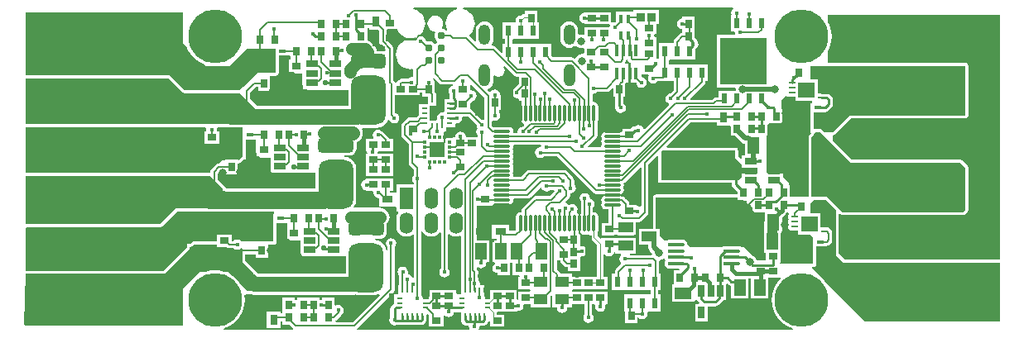
<source format=gtl>
G04*
G04 #@! TF.GenerationSoftware,Altium Limited,Altium Designer,20.0.2 (26)*
G04*
G04 Layer_Physical_Order=1*
G04 Layer_Color=255*
%FSLAX25Y25*%
%MOIN*%
G70*
G01*
G75*
%ADD10C,0.01000*%
%ADD11C,0.00787*%
%ADD12C,0.00800*%
%ADD20C,0.00500*%
%ADD21C,0.00600*%
%ADD68R,0.01575X0.03543*%
%ADD69C,0.03098*%
%ADD70R,0.04500X0.06500*%
%ADD71R,0.06500X0.04500*%
%ADD72R,0.02500X0.03500*%
%ADD73R,0.03500X0.02500*%
%ADD74R,0.03543X0.03543*%
%ADD75R,0.05512X0.04331*%
%ADD76R,0.05118X0.07087*%
%ADD77R,0.06102X0.09291*%
%ADD78R,0.01772X0.06614*%
%ADD79R,0.03150X0.01378*%
%ADD80R,0.18504X0.18898*%
%ADD81R,0.02244X0.04134*%
%ADD82R,0.02362X0.04331*%
%ADD83R,0.04331X0.03150*%
%ADD84R,0.03150X0.04331*%
%ADD85R,0.05906X0.03937*%
%ADD86R,0.01968X0.00984*%
%ADD87R,0.00984X0.01968*%
%ADD88R,0.01181X0.01772*%
%ADD89R,0.01772X0.01181*%
%ADD90R,0.05906X0.06693*%
%ADD91R,0.29528X0.11811*%
%ADD92R,0.04724X0.02756*%
G04:AMPARAMS|DCode=93|XSize=59.06mil|YSize=59.06mil|CornerRadius=14.76mil|HoleSize=0mil|Usage=FLASHONLY|Rotation=270.000|XOffset=0mil|YOffset=0mil|HoleType=Round|Shape=RoundedRectangle|*
%AMROUNDEDRECTD93*
21,1,0.05906,0.02953,0,0,270.0*
21,1,0.02953,0.05906,0,0,270.0*
1,1,0.02953,-0.01476,-0.01476*
1,1,0.02953,-0.01476,0.01476*
1,1,0.02953,0.01476,0.01476*
1,1,0.02953,0.01476,-0.01476*
%
%ADD93ROUNDEDRECTD93*%
G04:AMPARAMS|DCode=94|XSize=196.85mil|YSize=137.8mil|CornerRadius=34.45mil|HoleSize=0mil|Usage=FLASHONLY|Rotation=270.000|XOffset=0mil|YOffset=0mil|HoleType=Round|Shape=RoundedRectangle|*
%AMROUNDEDRECTD94*
21,1,0.19685,0.06890,0,0,270.0*
21,1,0.12795,0.13780,0,0,270.0*
1,1,0.06890,-0.03445,-0.06398*
1,1,0.06890,-0.03445,0.06398*
1,1,0.06890,0.03445,0.06398*
1,1,0.06890,0.03445,-0.06398*
%
%ADD94ROUNDEDRECTD94*%
%ADD95R,0.01654X0.05118*%
%ADD96R,0.02756X0.04724*%
%ADD97O,0.06693X0.01181*%
%ADD98O,0.01181X0.06693*%
%ADD99O,0.06693X0.01575*%
%ADD100O,0.03150X0.00984*%
%ADD101R,0.06693X0.06299*%
%ADD102C,0.05000*%
%ADD103C,0.01500*%
%ADD104C,0.02000*%
%ADD105C,0.00400*%
%ADD106C,0.05500*%
%ADD107C,0.08000*%
%ADD108C,0.04000*%
%ADD109O,0.05512X0.08661*%
%ADD110R,0.05512X0.08661*%
%ADD111C,0.13780*%
%ADD112C,0.00394*%
%ADD113O,0.04724X0.08268*%
%ADD114O,0.04724X0.09055*%
%ADD115C,0.21654*%
%ADD116C,0.01772*%
%ADD117C,0.03150*%
%ADD118C,0.02165*%
G36*
X-20541Y64215D02*
X-21649Y63879D01*
X-22670Y63334D01*
X-23564Y62600D01*
X-24298Y61705D01*
X-24844Y60684D01*
X-25180Y59577D01*
X-25293Y58425D01*
X-25180Y57274D01*
X-24844Y56166D01*
X-24649Y55801D01*
X-25039Y55471D01*
X-25503Y55827D01*
X-26172Y56104D01*
X-26533Y56151D01*
X-26754Y56685D01*
X-26638Y56836D01*
X-26320Y57603D01*
X-26212Y58425D01*
X-26320Y59248D01*
X-26638Y60014D01*
X-27143Y60672D01*
X-27801Y61177D01*
X-28567Y61495D01*
X-29390Y61603D01*
X-30212Y61495D01*
X-30979Y61177D01*
X-31637Y60672D01*
X-32142Y60014D01*
X-32459Y59248D01*
X-32568Y58425D01*
X-32459Y57603D01*
X-32142Y56836D01*
X-31637Y56178D01*
X-30979Y55673D01*
X-30212Y55356D01*
X-29569Y55271D01*
X-29341Y54894D01*
X-29335Y54878D01*
X-29316Y54753D01*
X-29568Y54143D01*
X-29663Y53425D01*
X-29568Y52707D01*
X-29291Y52039D01*
X-28850Y51464D01*
X-28548Y51232D01*
Y50618D01*
X-28850Y50386D01*
X-29083Y50083D01*
X-29697D01*
X-29929Y50386D01*
X-30503Y50827D01*
X-31172Y51104D01*
X-31890Y51198D01*
X-32607Y51104D01*
X-32740Y51049D01*
X-33343Y51652D01*
X-33435Y52114D01*
X-33896Y52804D01*
X-34586Y53265D01*
X-35400Y53427D01*
X-35441Y53418D01*
X-35662Y53885D01*
X-35215Y54251D01*
X-34481Y55145D01*
X-33935Y56166D01*
X-33600Y57274D01*
X-33486Y58425D01*
X-33600Y59577D01*
X-33935Y60684D01*
X-34481Y61705D01*
X-35215Y62600D01*
X-36110Y63334D01*
X-37130Y63879D01*
X-38238Y64215D01*
X-38166Y64701D01*
X-20613D01*
X-20541Y64215D01*
D02*
G37*
G36*
X-44298Y55145D02*
X-43564Y54251D01*
X-42670Y53517D01*
X-41649Y52971D01*
X-40541Y52635D01*
X-39390Y52522D01*
X-38238Y52635D01*
X-37460Y52871D01*
X-37144Y52444D01*
X-37365Y52114D01*
X-37417Y51853D01*
X-37846Y51596D01*
X-38238Y51715D01*
X-39390Y51829D01*
X-40541Y51715D01*
X-41649Y51379D01*
X-42670Y50834D01*
X-43564Y50100D01*
X-44298Y49205D01*
X-44844Y48184D01*
X-45180Y47077D01*
X-45293Y45925D01*
X-45180Y44774D01*
X-44844Y43666D01*
X-44298Y42645D01*
X-43564Y41751D01*
X-42670Y41017D01*
X-41649Y40471D01*
X-40541Y40135D01*
X-39390Y40022D01*
X-38711Y40088D01*
X-38333Y39749D01*
X-38278Y39629D01*
Y37028D01*
X-38665Y36710D01*
X-38976Y36772D01*
X-39790Y36610D01*
X-40480Y36149D01*
X-40497Y36124D01*
X-43054D01*
X-43620Y36011D01*
X-44100Y35691D01*
X-44545Y35245D01*
X-44866Y34766D01*
X-44929Y34450D01*
X-45694D01*
X-45734Y34652D01*
X-46055Y35132D01*
X-46222Y35299D01*
Y48300D01*
X-46334Y48866D01*
X-46655Y49345D01*
X-49022Y51712D01*
Y55900D01*
X-48816Y56150D01*
X-44835D01*
X-44298Y55145D01*
D02*
G37*
G36*
X-55962Y55803D02*
X-52494D01*
X-51978Y55288D01*
Y51100D01*
X-51866Y50534D01*
X-51545Y50055D01*
X-49363Y47872D01*
X-49395Y47479D01*
X-49865Y47186D01*
X-50030Y47254D01*
X-50728Y47346D01*
X-52965D01*
X-53034Y47870D01*
X-53407Y48770D01*
X-54000Y49543D01*
X-55127Y50670D01*
X-55900Y51263D01*
X-56737Y51610D01*
Y56663D01*
X-55962D01*
Y55803D01*
D02*
G37*
G36*
X90541Y64201D02*
X90396Y64104D01*
X89935Y63414D01*
X89773Y62600D01*
X89876Y62085D01*
X89666Y61830D01*
X89666D01*
Y55296D01*
X90998D01*
X91315Y54910D01*
X91273Y54700D01*
X91344Y54342D01*
X91027Y53956D01*
X84036D01*
Y32658D01*
X91229D01*
X91630Y32158D01*
X91580Y31784D01*
X91592Y31694D01*
X91262Y31318D01*
X89810D01*
X89666Y31318D01*
Y31318D01*
X89310D01*
Y31318D01*
X84666D01*
Y28585D01*
X83706D01*
X83140Y28472D01*
X82661Y28152D01*
X82188Y27678D01*
X73537D01*
X73298Y27970D01*
X73269Y28178D01*
X78900Y33809D01*
X79220Y34289D01*
X79333Y34854D01*
Y35217D01*
X80235D01*
Y41948D01*
X75473D01*
Y41948D01*
X75314D01*
Y41948D01*
X70552D01*
Y41948D01*
X70393D01*
Y41948D01*
X65631D01*
Y41948D01*
X65472D01*
Y41948D01*
X64569D01*
Y43525D01*
X64922Y43879D01*
X65472Y43879D01*
X65972Y43879D01*
X70393D01*
Y43879D01*
X70552D01*
Y43879D01*
X75314D01*
Y48096D01*
X75913Y48496D01*
X76374Y49186D01*
X76536Y50000D01*
X76374Y50814D01*
X75913Y51504D01*
X75887Y51521D01*
X75863Y51642D01*
X75487Y52204D01*
X75041Y52651D01*
Y55318D01*
Y61218D01*
X70140D01*
Y60445D01*
X70079Y60394D01*
X69265Y60233D01*
X68575Y59772D01*
X68114Y59082D01*
X67952Y58268D01*
X68114Y57454D01*
X68575Y56764D01*
X69265Y56303D01*
X70079Y56141D01*
X70140Y56090D01*
Y54626D01*
X69584Y54515D01*
X69104Y54195D01*
X66966Y52057D01*
X66646Y51578D01*
X66533Y51012D01*
Y50963D01*
X66180Y50609D01*
X65631Y50609D01*
X65131Y50609D01*
X60710D01*
Y44394D01*
X60312Y44124D01*
X60209Y44101D01*
X59643Y44214D01*
Y48093D01*
Y52993D01*
X59104D01*
X58787Y53380D01*
X58820Y53543D01*
X58787Y53707D01*
X59104Y54093D01*
X59643D01*
Y58052D01*
X60684D01*
Y63995D01*
X50340D01*
Y63208D01*
X43288D01*
Y59355D01*
X42943Y59010D01*
X42913Y59016D01*
X42099Y58855D01*
X41891Y58715D01*
X41450Y58951D01*
Y62950D01*
X30550D01*
Y62725D01*
X29895Y62595D01*
X29205Y62134D01*
X28744Y61444D01*
X28582Y60630D01*
X28744Y59816D01*
X29205Y59126D01*
X29895Y58665D01*
X30550Y58535D01*
Y58050D01*
X40624D01*
X40918Y57550D01*
X40799Y56950D01*
X30550D01*
Y54177D01*
X30288Y54002D01*
X30050Y53913D01*
X29400Y53999D01*
X28676Y53903D01*
X28497Y53829D01*
X28081Y54107D01*
Y55709D01*
X27959Y56639D01*
X27600Y57505D01*
X27029Y58249D01*
X26285Y58820D01*
X25418Y59179D01*
X24488Y59302D01*
X23558Y59179D01*
X22692Y58820D01*
X21948Y58249D01*
X21377Y57505D01*
X21018Y56639D01*
X20895Y55709D01*
Y52165D01*
X21018Y51235D01*
X21377Y50369D01*
X21948Y49625D01*
X22692Y49054D01*
X23558Y48695D01*
X24488Y48572D01*
X25418Y48695D01*
X26285Y49054D01*
X26684Y49360D01*
X27369Y49289D01*
X27421Y49221D01*
X28001Y48776D01*
X28676Y48497D01*
X29400Y48401D01*
X30015Y48482D01*
X30515Y48188D01*
Y46485D01*
X30015Y46057D01*
X29700Y46099D01*
X28976Y46003D01*
X28301Y45724D01*
X27721Y45279D01*
X27276Y44699D01*
X27166Y44432D01*
X26576Y44315D01*
X26545Y44345D01*
X26066Y44666D01*
X25500Y44778D01*
X18041D01*
X17243Y45576D01*
Y50216D01*
X12822D01*
X12481Y50216D01*
Y50216D01*
X12322D01*
Y50216D01*
X7560D01*
Y50216D01*
X7401D01*
Y50216D01*
X2639D01*
Y50216D01*
X2479D01*
Y50216D01*
X1577D01*
Y51793D01*
X1930Y52147D01*
X2479Y52147D01*
X2980Y52147D01*
X7401D01*
Y52146D01*
X7560D01*
Y52147D01*
X12322D01*
Y58877D01*
X11655D01*
Y63580D01*
X6755D01*
Y62332D01*
X6299Y62254D01*
X5753Y62146D01*
X5290Y61836D01*
X5290Y61836D01*
X5110Y61656D01*
X5020Y61674D01*
X4206Y61512D01*
X3516Y61051D01*
X3055Y60361D01*
X2893Y59547D01*
X2951Y59257D01*
X2639Y58877D01*
X2139Y58877D01*
X-2283D01*
Y52147D01*
X-1380D01*
Y50216D01*
X-2283D01*
Y46827D01*
X-2745Y46635D01*
X-5055Y48945D01*
X-5534Y49266D01*
X-6100Y49378D01*
X-6546D01*
X-6792Y49878D01*
X-6416Y50369D01*
X-6057Y51235D01*
X-5935Y52165D01*
Y55709D01*
X-6057Y56639D01*
X-6416Y57505D01*
X-6987Y58249D01*
X-7731Y58820D01*
X-8598Y59179D01*
X-9528Y59302D01*
X-10458Y59179D01*
X-11324Y58820D01*
X-12068Y58249D01*
X-12639Y57505D01*
X-12998Y56639D01*
X-13121Y55709D01*
Y52165D01*
X-13024Y51429D01*
X-13497Y51196D01*
X-15594Y53293D01*
X-15586Y53947D01*
X-15215Y54251D01*
X-14481Y55145D01*
X-13936Y56166D01*
X-13600Y57274D01*
X-13486Y58425D01*
X-13600Y59577D01*
X-13936Y60684D01*
X-14481Y61705D01*
X-15215Y62600D01*
X-16110Y63334D01*
X-17131Y63879D01*
X-18238Y64215D01*
X-18166Y64701D01*
X90390D01*
X90541Y64201D01*
D02*
G37*
G36*
X2285Y37425D02*
X2764Y37104D01*
X3330Y36992D01*
X4243D01*
Y33936D01*
X2693Y32386D01*
X2586Y32365D01*
X1896Y31904D01*
X1435Y31214D01*
X1273Y30400D01*
X1435Y29586D01*
X1896Y28896D01*
X2586Y28435D01*
X3400Y28273D01*
X3743Y28341D01*
X4243Y27931D01*
Y27121D01*
X5411D01*
Y26010D01*
X5203Y25699D01*
X5064Y25000D01*
Y19488D01*
X5203Y18790D01*
X5599Y18197D01*
X6191Y17801D01*
X6271Y17786D01*
X6416Y17307D01*
X5930Y16821D01*
X5900Y16827D01*
X5086Y16665D01*
X4396Y16204D01*
X3935Y15514D01*
X3773Y14700D01*
X3781Y14663D01*
X3464Y14276D01*
X2320D01*
X2002Y14663D01*
X2022Y14764D01*
X1884Y15462D01*
X1488Y16055D01*
X895Y16450D01*
X197Y16589D01*
X-5315D01*
X-5969Y16459D01*
X-6622Y17112D01*
Y18952D01*
X-6122Y19217D01*
X-5400Y19073D01*
X-4586Y19235D01*
X-3896Y19696D01*
X-3435Y20386D01*
X-3273Y21200D01*
X-3435Y22014D01*
X-3822Y22592D01*
Y23550D01*
X-2850D01*
Y29450D01*
X-3150D01*
X-3273Y29600D01*
X-3435Y30414D01*
X-3896Y31104D01*
X-4586Y31565D01*
X-5400Y31727D01*
X-6214Y31565D01*
X-6904Y31104D01*
X-7129Y30766D01*
X-7627Y30718D01*
X-8325Y31416D01*
X-8208Y32006D01*
X-7731Y32203D01*
X-6987Y32774D01*
X-6416Y33518D01*
X-6057Y34385D01*
X-5935Y35315D01*
Y37226D01*
X-5435Y37494D01*
X-4865Y37113D01*
X-3898Y36921D01*
X-2930Y37113D01*
X-2110Y37661D01*
X-1562Y38481D01*
X-1369Y39449D01*
X-1562Y40416D01*
X-1860Y40862D01*
X-1471Y41180D01*
X2285Y37425D01*
D02*
G37*
G36*
X-131102Y50394D02*
X-129197Y48489D01*
X-128859Y47673D01*
X-127870Y46059D01*
X-126641Y44619D01*
X-125201Y43390D01*
X-123587Y42401D01*
X-122771Y42063D01*
X-122047Y41339D01*
X-120432D01*
X-119998Y41234D01*
X-118110Y41086D01*
X-116223Y41234D01*
X-115788Y41339D01*
X-112205D01*
X-105512Y48031D01*
X-93701D01*
Y38583D01*
X-101181D01*
X-108268Y31496D01*
X-130315D01*
X-136221Y37402D01*
X-194488D01*
Y62992D01*
X-131102D01*
Y50394D01*
D02*
G37*
G36*
X-88095Y45364D02*
X-87795Y44988D01*
Y43746D01*
X-88249D01*
Y38846D01*
X-86484D01*
X-85827Y38189D01*
X-83071D01*
Y33858D01*
X-82586Y33373D01*
Y31978D01*
X-81191D01*
X-80709Y31496D01*
X-64429D01*
Y25239D01*
X-101068D01*
X-103971Y28142D01*
Y30566D01*
X-101770Y32767D01*
X-100749D01*
Y31346D01*
X-95849D01*
Y37246D01*
X-95396Y37359D01*
X-93701D01*
X-93242Y37451D01*
X-92623D01*
Y38036D01*
X-92570Y38115D01*
X-92477Y38583D01*
Y45364D01*
X-88095D01*
D02*
G37*
G36*
X-27714Y34155D02*
X-27235Y33834D01*
X-26669Y33722D01*
X-22478D01*
X-22428Y33222D01*
X-22714Y33165D01*
X-23404Y32704D01*
X-23865Y32014D01*
X-24027Y31200D01*
X-23865Y30386D01*
X-23633Y30040D01*
Y28207D01*
X-24080Y27889D01*
X-25732D01*
Y22964D01*
X-26232Y22553D01*
X-26600Y22627D01*
X-27414Y22465D01*
X-28104Y22004D01*
X-28565Y21314D01*
X-28727Y20500D01*
X-28593Y19826D01*
X-28880Y19326D01*
X-31599D01*
Y25194D01*
X-28942D01*
Y29562D01*
X-29155D01*
Y29858D01*
X-29268Y30424D01*
X-29588Y30904D01*
X-29715Y31030D01*
Y34840D01*
X-29821D01*
X-29935Y35414D01*
X-30396Y36104D01*
X-30421Y36120D01*
X-30414Y36147D01*
X-29863Y36303D01*
X-27714Y34155D01*
D02*
G37*
G36*
X48128Y43641D02*
X48449Y43161D01*
X48955Y42655D01*
X49245Y42462D01*
X49443Y42059D01*
X49450Y41861D01*
Y34528D01*
X51412D01*
X51506Y34435D01*
X51635Y33786D01*
X52096Y33096D01*
X52786Y32635D01*
X53600Y32473D01*
X54414Y32635D01*
X55104Y33096D01*
X55565Y33786D01*
X55727Y34600D01*
X55565Y35414D01*
X55104Y36104D01*
X54414Y36565D01*
X53600Y36727D01*
X53503Y36806D01*
Y37456D01*
X53743Y37857D01*
X54003Y37857D01*
X56230D01*
X56498Y37357D01*
X56335Y37114D01*
X56173Y36300D01*
X56335Y35486D01*
X56796Y34796D01*
X57486Y34335D01*
X58300Y34173D01*
X59114Y34335D01*
X59804Y34796D01*
X60066Y35189D01*
X62160D01*
X62302Y35217D01*
X65472D01*
Y35217D01*
X65631D01*
Y35217D01*
X66533D01*
Y31324D01*
X65430Y30221D01*
X65400Y30227D01*
X64586Y30065D01*
X63896Y29604D01*
X63435Y28914D01*
X63273Y28100D01*
X63435Y27286D01*
X63896Y26596D01*
X64497Y26195D01*
X64659Y25650D01*
X54843Y15834D01*
X54365Y15979D01*
X54327Y16168D01*
X53866Y16858D01*
X53176Y17319D01*
X52362Y17481D01*
X51548Y17319D01*
X50977Y16937D01*
X50327Y16808D01*
X49764Y16432D01*
X49318Y15985D01*
X45869D01*
Y14759D01*
X45385Y14482D01*
X45369Y14485D01*
X44685Y14621D01*
X39173D01*
X38475Y14482D01*
X37882Y14086D01*
X37487Y13494D01*
X37348Y12795D01*
X37487Y12097D01*
X37677Y11811D01*
X37487Y11525D01*
X37348Y10827D01*
X37487Y10128D01*
X37677Y9843D01*
X37487Y9557D01*
X37348Y8858D01*
X37368Y8755D01*
X37051Y8368D01*
X32254D01*
X32059Y8868D01*
X35494Y12303D01*
X35815Y12783D01*
X35927Y13349D01*
Y18478D01*
X36136Y18790D01*
X36274Y19488D01*
Y25000D01*
X36136Y25699D01*
X35740Y26291D01*
X35147Y26687D01*
X34449Y26826D01*
X34345Y26805D01*
X33959Y27122D01*
Y29893D01*
X34300Y30173D01*
X35114Y30335D01*
X35804Y30796D01*
X35821Y30822D01*
X39600D01*
X40166Y30934D01*
X40645Y31255D01*
X41726Y32335D01*
X42188Y32144D01*
Y28940D01*
X42904D01*
Y25256D01*
X43036Y24593D01*
X43151Y24421D01*
X43149Y24409D01*
X43311Y23596D01*
X43772Y22906D01*
X44462Y22445D01*
X45276Y22283D01*
X46089Y22445D01*
X46779Y22906D01*
X47240Y23596D01*
X47402Y24409D01*
X47240Y25223D01*
X46779Y25913D01*
X46371Y26186D01*
Y28940D01*
X47088D01*
Y34068D01*
X47266Y34334D01*
X47304Y34528D01*
X48385D01*
Y42046D01*
X47153D01*
X46961Y42508D01*
X47108Y42655D01*
X47429Y43135D01*
X47541Y43701D01*
Y43780D01*
X48101D01*
X48128Y43641D01*
D02*
G37*
G36*
X-9578Y28488D02*
Y19882D01*
X-10078Y19523D01*
X-10600Y19627D01*
X-10630Y19621D01*
X-14314Y23305D01*
X-14794Y23626D01*
X-15360Y23738D01*
X-15450D01*
Y26159D01*
X-14321Y27288D01*
X-14086Y27335D01*
X-13396Y27796D01*
X-12935Y28486D01*
X-12773Y29300D01*
X-12935Y30114D01*
X-13396Y30804D01*
X-14086Y31265D01*
X-14900Y31427D01*
X-15064Y31394D01*
X-15450Y31711D01*
Y33652D01*
X-14950Y33859D01*
X-9578Y28488D01*
D02*
G37*
G36*
X-12721Y17530D02*
X-12727Y17500D01*
X-12565Y16686D01*
X-12215Y16163D01*
X-12304Y16104D01*
X-12765Y15414D01*
X-12927Y14600D01*
X-12765Y13786D01*
X-12304Y13096D01*
X-12278Y13079D01*
Y12505D01*
X-17013D01*
X-17173Y12700D01*
X-17335Y13514D01*
X-17796Y14204D01*
X-18486Y14665D01*
X-19300Y14827D01*
X-20114Y14665D01*
X-20804Y14204D01*
X-21265Y13514D01*
X-21427Y12700D01*
X-21587Y12505D01*
X-22210D01*
Y12287D01*
X-25775D01*
X-25934Y12721D01*
Y14649D01*
X-25562Y14957D01*
X-25005D01*
Y16631D01*
X-21363D01*
Y17891D01*
X-20977Y18208D01*
X-20800Y18173D01*
X-19986Y18335D01*
X-19296Y18796D01*
X-18835Y19486D01*
X-18673Y20300D01*
X-18692Y20395D01*
X-18375Y20781D01*
X-15972D01*
X-12721Y17530D01*
D02*
G37*
G36*
X-34615Y28940D02*
X-32326D01*
Y25921D01*
X-35968D01*
Y21465D01*
X-36445Y21145D01*
X-37112Y20478D01*
X-39700D01*
X-40266Y20366D01*
X-40745Y20045D01*
X-42645Y18145D01*
X-42966Y17666D01*
X-43078Y17100D01*
Y13396D01*
X-42966Y12830D01*
X-42645Y12351D01*
X-40178Y9884D01*
Y2200D01*
X-40066Y1634D01*
X-39745Y1155D01*
X-38093Y-498D01*
Y-2689D01*
X-38104Y-2696D01*
X-38565Y-3386D01*
X-38727Y-4200D01*
X-38565Y-5014D01*
X-38104Y-5704D01*
X-38093Y-5711D01*
Y-6516D01*
X-45058D01*
Y-9341D01*
X-45196Y-9784D01*
X-45558Y-9784D01*
X-47804D01*
Y-9009D01*
X-46485D01*
Y-4109D01*
X-57385D01*
Y-4626D01*
X-57901Y-4728D01*
X-58590Y-5189D01*
X-59051Y-5879D01*
X-59213Y-6693D01*
X-59051Y-7507D01*
X-58590Y-8197D01*
X-57901Y-8658D01*
X-57385Y-8760D01*
Y-9009D01*
X-54659D01*
X-54249Y-9509D01*
X-54327Y-9900D01*
X-54165Y-10714D01*
X-53704Y-11404D01*
X-53014Y-11865D01*
X-52200Y-12027D01*
X-51926Y-12251D01*
Y-15334D01*
X-45558D01*
X-45196Y-15334D01*
X-45058Y-15777D01*
Y-17578D01*
X-44498D01*
X-44251Y-18078D01*
X-44558Y-18477D01*
X-44956Y-19440D01*
X-45092Y-20472D01*
Y-23622D01*
X-44956Y-24655D01*
X-44558Y-25617D01*
X-43924Y-26443D01*
X-43097Y-27077D01*
X-42135Y-27476D01*
X-41102Y-27612D01*
X-40070Y-27476D01*
X-39107Y-27077D01*
X-38593Y-26682D01*
X-38093Y-26929D01*
Y-43988D01*
X-38586Y-44068D01*
X-39047Y-43378D01*
X-39737Y-42917D01*
X-40110Y-42843D01*
X-40527Y-42618D01*
X-40473Y-42300D01*
X-40373Y-41800D01*
X-40535Y-40986D01*
X-40996Y-40296D01*
X-41686Y-39835D01*
X-42500Y-39673D01*
X-43314Y-39835D01*
X-44004Y-40296D01*
X-44465Y-40986D01*
X-44627Y-41800D01*
X-44465Y-42614D01*
X-44004Y-43304D01*
X-43998Y-43308D01*
Y-47028D01*
X-44212D01*
Y-50670D01*
X-45885D01*
Y-54663D01*
X-46062Y-54698D01*
X-46625Y-55074D01*
X-47026Y-55474D01*
X-47401Y-56037D01*
X-47533Y-56700D01*
Y-60040D01*
X-47765Y-60386D01*
X-47927Y-61200D01*
X-47765Y-62014D01*
X-47304Y-62704D01*
X-46614Y-63165D01*
X-45800Y-63327D01*
X-44986Y-63165D01*
X-44958Y-63146D01*
X-35133D01*
X-34470Y-63014D01*
X-33907Y-62638D01*
X-33428Y-62159D01*
X-33077Y-61633D01*
X-32954D01*
Y-61101D01*
X-32920Y-60933D01*
Y-59488D01*
X-32912Y-59449D01*
X-32954Y-59242D01*
Y-59062D01*
X-32492Y-58871D01*
X-31978Y-59384D01*
Y-60500D01*
X-31950Y-60643D01*
Y-63950D01*
X-26050D01*
Y-59484D01*
X-25550Y-59332D01*
X-25519Y-59378D01*
X-24830Y-59839D01*
X-24016Y-60001D01*
X-23202Y-59839D01*
X-22512Y-59378D01*
X-22051Y-58688D01*
X-21921Y-58033D01*
X-19129D01*
Y-59242D01*
X-19170Y-59449D01*
X-19162Y-59488D01*
Y-61225D01*
X-19129Y-61393D01*
Y-61633D01*
X-19081D01*
X-19030Y-61888D01*
X-18655Y-62451D01*
X-18069Y-63037D01*
X-17507Y-63412D01*
X-16843Y-63544D01*
X-16099D01*
X-15906Y-63779D01*
X-15744Y-64593D01*
X-15620Y-64780D01*
X-15856Y-65220D01*
X-61015D01*
X-61167Y-64720D01*
X-61055Y-64645D01*
X-46155Y-49745D01*
X-45834Y-49266D01*
X-45722Y-48700D01*
Y-31821D01*
X-45696Y-31804D01*
X-45235Y-31114D01*
X-45073Y-30300D01*
X-45235Y-29486D01*
X-45696Y-28796D01*
X-46386Y-28335D01*
X-47200Y-28173D01*
X-48014Y-28335D01*
X-48704Y-28796D01*
X-49165Y-29486D01*
X-49327Y-30300D01*
X-49165Y-31114D01*
X-48704Y-31804D01*
X-48678Y-31821D01*
Y-33017D01*
X-49178Y-33050D01*
X-49260Y-32429D01*
X-49728Y-31299D01*
X-50473Y-30329D01*
X-51443Y-29584D01*
X-52573Y-29116D01*
X-53706Y-28967D01*
X-53674Y-28467D01*
X-51660D01*
X-50961Y-28375D01*
X-50310Y-28106D01*
X-49751Y-27676D01*
X-49322Y-27117D01*
X-49052Y-26466D01*
X-48960Y-25768D01*
Y-22815D01*
X-49016Y-22386D01*
X-48936Y-22324D01*
X-48343Y-21551D01*
X-47970Y-20651D01*
X-47843Y-19685D01*
X-47970Y-18719D01*
X-48343Y-17819D01*
X-48936Y-17046D01*
X-49709Y-16453D01*
X-50609Y-16080D01*
X-51575Y-15953D01*
X-61966D01*
X-62187Y-15505D01*
X-61933Y-15173D01*
X-61465Y-14043D01*
X-61305Y-12831D01*
Y-35D01*
X-61465Y1177D01*
X-61933Y2307D01*
X-62677Y3277D01*
X-63648Y4022D01*
X-64778Y4490D01*
X-65911Y4639D01*
X-65878Y5139D01*
X-63864D01*
X-63165Y5231D01*
X-62514Y5501D01*
X-61955Y5930D01*
X-61526Y6489D01*
X-61257Y7140D01*
X-61165Y7839D01*
Y10492D01*
X-60606Y10723D01*
X-59781Y11356D01*
X-59148Y12181D01*
X-58750Y13142D01*
X-58614Y14173D01*
X-58750Y15204D01*
X-59013Y15840D01*
X-58679Y16340D01*
X-52854D01*
X-51642Y16499D01*
X-50512Y16967D01*
X-49542Y17712D01*
X-48797Y18682D01*
X-48485Y19436D01*
X-47965Y19386D01*
X-47504Y18696D01*
X-46814Y18235D01*
X-46000Y18073D01*
X-45186Y18235D01*
X-44496Y18696D01*
X-44035Y19386D01*
X-43873Y20200D01*
X-44035Y21014D01*
X-44496Y21704D01*
X-45186Y22165D01*
X-45622Y22251D01*
Y29550D01*
X-35550D01*
Y30522D01*
X-34615D01*
Y28940D01*
D02*
G37*
G36*
X-131180Y30631D02*
X-130783Y30366D01*
X-130315Y30273D01*
X-108268D01*
X-107904Y30345D01*
X-101575Y24016D01*
X-61417D01*
Y18468D01*
X-61917Y18068D01*
X-62598Y18157D01*
X-74016D01*
X-75047Y18022D01*
X-75783Y17717D01*
X-119449D01*
X-119500Y17727D01*
X-119551Y17717D01*
X-194488D01*
Y36178D01*
X-136727D01*
X-131180Y30631D01*
D02*
G37*
G36*
X112430Y28918D02*
X113091Y28787D01*
X115256D01*
X115532Y28560D01*
Y27147D01*
X122441D01*
Y26318D01*
X121733D01*
Y23636D01*
X121722D01*
Y14622D01*
X121789D01*
X121996Y14122D01*
X120866Y12992D01*
Y-11417D01*
X113324D01*
Y-6893D01*
X112992D01*
X112992Y-5906D01*
X110649Y-3562D01*
Y-2146D01*
X104509D01*
X103937Y-1575D01*
Y13050D01*
X104450D01*
Y17442D01*
X105202Y18194D01*
X105550Y18050D01*
Y18050D01*
X110450D01*
Y23950D01*
X109843D01*
Y27165D01*
X111811Y29134D01*
X112107D01*
X112430Y28918D01*
D02*
G37*
G36*
X183968Y21260D02*
X137402D01*
X130709Y14567D01*
X127321D01*
X126456Y15432D01*
X126059Y15697D01*
X125591Y15790D01*
X123588D01*
X123531Y15779D01*
X123473Y15785D01*
X123446Y15777D01*
X123100Y15959D01*
X122948Y16134D01*
X122946Y16142D01*
Y22540D01*
X127283D01*
Y22696D01*
X127629D01*
X128292Y22828D01*
X128855Y23203D01*
X130126Y24474D01*
X130501Y25037D01*
X130633Y25700D01*
Y27714D01*
X130633Y27714D01*
X130501Y28378D01*
X130126Y28940D01*
X130126Y28940D01*
X129305Y29761D01*
X128743Y30136D01*
X128079Y30268D01*
X126024D01*
X125985Y30276D01*
X125945Y30268D01*
X124902D01*
X124625Y30496D01*
Y35846D01*
X121653D01*
Y41339D01*
X183968D01*
Y21260D01*
D02*
G37*
G36*
X-111602Y16470D02*
X-107087D01*
Y4724D01*
X-108485Y3326D01*
X-108985Y3391D01*
Y3391D01*
X-113885D01*
Y3150D01*
X-115354D01*
X-116534Y1970D01*
X-116559D01*
X-117144Y1854D01*
X-117640Y1522D01*
X-119581Y-419D01*
X-119913Y-915D01*
X-120029Y-1500D01*
Y-1526D01*
X-120472Y-1969D01*
X-194488D01*
Y16493D01*
X-121959D01*
X-121548Y15993D01*
X-121627Y15600D01*
X-121563Y15277D01*
X-121880Y14891D01*
X-122385D01*
Y9991D01*
X-116485D01*
Y14891D01*
X-117120D01*
X-117438Y15277D01*
X-117373Y15600D01*
X-117452Y15993D01*
X-117041Y16493D01*
X-111779D01*
X-111602Y16470D01*
D02*
G37*
G36*
X-25934Y10477D02*
X-25775Y10043D01*
Y4609D01*
X-31642D01*
Y8350D01*
X-31642D01*
Y8705D01*
X-31642D01*
Y10477D01*
X-25934D01*
D02*
G37*
G36*
X83839Y17107D02*
X89389D01*
X89550Y16674D01*
Y13050D01*
X91278D01*
X93859Y10469D01*
X94586Y9983D01*
X95306Y9840D01*
Y5334D01*
X94076D01*
Y3977D01*
X93614Y3786D01*
X92562Y4837D01*
Y7087D01*
X92469Y7555D01*
X92342Y7745D01*
Y8287D01*
X91457D01*
X91339Y8310D01*
X63954D01*
X63763Y8772D01*
X73394Y18404D01*
X83839D01*
Y17107D01*
D02*
G37*
G36*
X-101575Y6299D02*
X-101385Y6109D01*
Y4991D01*
X-100267D01*
X-99606Y4331D01*
X-95722D01*
Y1863D01*
Y-1877D01*
X-94579D01*
X-94488Y-1969D01*
X-77565D01*
Y-8225D01*
X-113279D01*
X-113657Y-7973D01*
X-113738Y-7957D01*
X-113755Y-7875D01*
X-114020Y-7478D01*
X-116971Y-4527D01*
Y-2134D01*
X-115926Y-1089D01*
X-113885D01*
Y-2509D01*
X-108985D01*
Y1812D01*
X-108843Y1937D01*
X-108485Y2103D01*
X-108327Y2134D01*
X-108166Y2145D01*
X-108095Y2180D01*
X-108017Y2196D01*
X-107883Y2285D01*
X-107739Y2357D01*
X-107686Y2417D01*
X-107620Y2461D01*
X-106485Y3595D01*
X-105759D01*
Y11509D01*
X-101575D01*
Y6299D01*
D02*
G37*
G36*
X91339Y4331D02*
X94076Y1594D01*
Y178D01*
X100394D01*
Y-2146D01*
X94076D01*
Y-3562D01*
X92913Y-4724D01*
X61811D01*
Y6820D01*
X62077Y7087D01*
X91339D01*
Y4331D01*
D02*
G37*
G36*
X13413Y-7902D02*
X13435Y-8014D01*
X13896Y-8704D01*
X14586Y-9165D01*
X15400Y-9327D01*
X16214Y-9165D01*
X16904Y-8704D01*
X16921Y-8678D01*
X18283D01*
X18600Y-9065D01*
X18573Y-9200D01*
X18579Y-9230D01*
X16588Y-11222D01*
X10900D01*
X10334Y-11334D01*
X9855Y-11655D01*
X5844Y-15665D01*
X5524Y-16145D01*
X5411Y-16710D01*
Y-17366D01*
X5025Y-17683D01*
X4921Y-17663D01*
X4223Y-17801D01*
X3630Y-18197D01*
X3235Y-18789D01*
X3096Y-19488D01*
Y-24663D01*
X2516Y-25242D01*
X216D01*
Y-22816D01*
X-6515D01*
Y-28365D01*
X-4553D01*
Y-29015D01*
X-6474D01*
Y-37915D01*
X-5628D01*
X-5477Y-38415D01*
X-5835Y-38654D01*
X-6295Y-39344D01*
X-6457Y-40157D01*
X-6295Y-40971D01*
X-5835Y-41661D01*
X-5145Y-42122D01*
X-4331Y-42284D01*
X-4269Y-42335D01*
Y-43108D01*
X631D01*
Y-38208D01*
X1731D01*
Y-43108D01*
X4331D01*
X4648Y-43608D01*
X4575Y-43763D01*
X4137D01*
Y-48663D01*
X8727D01*
X9036Y-49035D01*
Y-49263D01*
X8727Y-49763D01*
X4137D01*
Y-53005D01*
X3944Y-53102D01*
X3450Y-52792D01*
Y-49050D01*
X-7450D01*
Y-51872D01*
X-8216Y-52639D01*
X-9089D01*
X-9406Y-52252D01*
X-9389Y-52165D01*
X-9551Y-51351D01*
X-9839Y-50920D01*
Y-47028D01*
X-11176D01*
X-11493Y-46642D01*
X-11456Y-46457D01*
X-11618Y-45643D01*
X-12079Y-44953D01*
X-12104Y-44936D01*
Y-41732D01*
X-12217Y-41166D01*
X-12537Y-40687D01*
X-12657Y-40567D01*
X-12617Y-40196D01*
X-12132Y-39957D01*
X-11838Y-40154D01*
X-11024Y-40316D01*
X-10210Y-40154D01*
X-9520Y-39693D01*
X-9059Y-39003D01*
X-8897Y-38189D01*
X-8672Y-37915D01*
X-7574D01*
Y-29015D01*
X-12793D01*
Y-15303D01*
X-12399Y-15048D01*
X-6499D01*
Y-14759D01*
X-6015Y-14482D01*
X-5999Y-14485D01*
X-5315Y-14621D01*
X197D01*
X895Y-14482D01*
X1488Y-14086D01*
X1884Y-13494D01*
X2022Y-12795D01*
X1999Y-12678D01*
X2316Y-12292D01*
X7787D01*
X8352Y-12179D01*
X8832Y-11859D01*
X12934Y-7756D01*
X13413Y-7902D01*
D02*
G37*
G36*
X53522Y78D02*
Y-15251D01*
X53022Y-15518D01*
X52782Y-15358D01*
X51968Y-15196D01*
X51769Y-15032D01*
Y-14723D01*
X48797D01*
Y-14319D01*
X48685Y-13753D01*
X48364Y-13273D01*
X46841Y-11750D01*
X46361Y-11429D01*
X45795Y-11317D01*
X45695D01*
X45384Y-11109D01*
X45248Y-11082D01*
Y-10572D01*
X45384Y-10545D01*
X45976Y-10149D01*
X46372Y-9557D01*
X46511Y-8858D01*
X46372Y-8160D01*
X46181Y-7874D01*
X46372Y-7588D01*
X46511Y-6890D01*
X46385Y-6260D01*
X46824Y-5967D01*
X53060Y269D01*
X53522Y78D01*
D02*
G37*
G36*
X137795Y2362D02*
X181890D01*
X183968Y284D01*
Y-16819D01*
X183071Y-17717D01*
X134646D01*
X128347Y-11417D01*
Y-11417D01*
X122090D01*
Y12485D01*
X122861Y13257D01*
X122861Y13257D01*
X123126Y13654D01*
X123220Y14122D01*
X123588Y14567D01*
X125591D01*
X137795Y2362D01*
D02*
G37*
G36*
X198031Y-36966D02*
X135546D01*
X133113Y-34533D01*
Y-18568D01*
X133575Y-18376D01*
X133781Y-18582D01*
X134177Y-18847D01*
X134646Y-18940D01*
X183071D01*
X183539Y-18847D01*
X183936Y-18582D01*
X184833Y-17684D01*
X185099Y-17288D01*
X185192Y-16819D01*
Y284D01*
X185099Y752D01*
X184833Y1149D01*
X182755Y3227D01*
X182358Y3493D01*
X181890Y3586D01*
X138302D01*
X130709Y11179D01*
Y13343D01*
X131177Y13437D01*
X131574Y13702D01*
X137908Y20036D01*
X183968D01*
X184436Y20130D01*
X184833Y20395D01*
X185099Y20792D01*
X185192Y21260D01*
Y41339D01*
X185099Y41807D01*
X184833Y42204D01*
X184436Y42469D01*
X183968Y42562D01*
X128740D01*
Y47478D01*
X128859Y47673D01*
X129584Y49422D01*
X130026Y51262D01*
X130174Y53150D01*
X130026Y55037D01*
X129584Y56878D01*
X128859Y58627D01*
X128740Y58821D01*
Y61811D01*
X198031D01*
X198031Y-36966D01*
D02*
G37*
G36*
X-114885Y-8343D02*
Y-9104D01*
X-114125D01*
X-113779Y-9449D01*
X-75197D01*
Y-16142D01*
X-133858Y-16142D01*
X-140157Y-22441D01*
X-194488Y-22441D01*
Y-3192D01*
X-120472D01*
X-120109Y-3120D01*
X-114885Y-8343D01*
D02*
G37*
G36*
X-120205Y-17386D02*
X-94488D01*
Y-18320D01*
X-94576D01*
Y-21002D01*
X-94587D01*
Y-29528D01*
X-107442D01*
X-107596Y-29296D01*
X-108286Y-28835D01*
X-109100Y-28673D01*
X-109914Y-28835D01*
X-110604Y-29296D01*
X-110621Y-29322D01*
X-111450D01*
Y-26850D01*
X-117350D01*
Y-29528D01*
X-127165D01*
X-128131Y-30493D01*
X-129350D01*
Y-31712D01*
X-138976Y-41339D01*
X-194488D01*
Y-24164D01*
X-193988Y-23664D01*
X-140157Y-23664D01*
X-139689Y-23571D01*
X-139292Y-23306D01*
X-133352Y-17365D01*
X-120359D01*
X-120205Y-17386D01*
D02*
G37*
G36*
X13153Y8998D02*
X13131Y8890D01*
X12958Y8542D01*
X12609Y8369D01*
X12086Y8265D01*
X11396Y7804D01*
X10935Y7114D01*
X10773Y6300D01*
X10935Y5486D01*
X11396Y4796D01*
X12086Y4335D01*
X12900Y4173D01*
X13714Y4335D01*
X14404Y4796D01*
X14421Y4822D01*
X19588D01*
X34313Y-9904D01*
X34793Y-10224D01*
X35358Y-10337D01*
X38163D01*
X38475Y-10545D01*
X38610Y-10572D01*
Y-11082D01*
X38475Y-11109D01*
X37882Y-11504D01*
X37487Y-12097D01*
X37348Y-12795D01*
X37487Y-13494D01*
X37677Y-13780D01*
X37487Y-14065D01*
X37348Y-14764D01*
X37487Y-15462D01*
X37882Y-16055D01*
X38475Y-16450D01*
X39173Y-16589D01*
X40451D01*
Y-22109D01*
X37601D01*
Y-27009D01*
X43501D01*
Y-26987D01*
X51397D01*
Y-21678D01*
X52600D01*
X53166Y-21566D01*
X53645Y-21245D01*
X56045Y-18845D01*
X56366Y-18366D01*
X56478Y-17800D01*
Y1488D01*
X59952Y4961D01*
X60414Y4770D01*
Y-5924D01*
X61693D01*
X61811Y-5948D01*
X89999D01*
Y-6437D01*
X90131Y-7100D01*
X90507Y-7663D01*
X92188Y-9344D01*
Y-10588D01*
X59449D01*
X58981Y-10681D01*
X58584Y-10946D01*
X58318Y-11343D01*
X58225Y-11811D01*
Y-24391D01*
X52540D01*
Y-30728D01*
X56402D01*
Y-31957D01*
X56573Y-32815D01*
X57060Y-33543D01*
X57841Y-34324D01*
X57867Y-34522D01*
X57428Y-35022D01*
X48867D01*
X48828Y-34968D01*
X49079Y-34468D01*
X51397D01*
Y-28131D01*
X43501D01*
Y-28109D01*
X37601D01*
Y-28229D01*
X37139Y-28420D01*
X35876Y-27158D01*
Y-26087D01*
X36136Y-25699D01*
X36274Y-25000D01*
Y-19488D01*
X36136Y-18789D01*
X35740Y-18197D01*
X35147Y-17801D01*
X34449Y-17663D01*
X34126Y-17398D01*
Y-15969D01*
X34152Y-15952D01*
X34613Y-15262D01*
X34775Y-14448D01*
X34613Y-13634D01*
X34152Y-12944D01*
X33462Y-12483D01*
X32874Y-12366D01*
X32927Y-12100D01*
X32765Y-11286D01*
X32304Y-10596D01*
X31614Y-10135D01*
X30800Y-9973D01*
X29986Y-10135D01*
X29296Y-10596D01*
X28835Y-11286D01*
X28673Y-12100D01*
X28835Y-12914D01*
X29296Y-13604D01*
X29322Y-13621D01*
Y-18130D01*
X29221Y-18197D01*
X28825Y-18789D01*
X28798Y-18925D01*
X28288D01*
X28262Y-18789D01*
X27866Y-18197D01*
X27728Y-18105D01*
X27630Y-17615D01*
X27765Y-17414D01*
X27927Y-16600D01*
X27765Y-15786D01*
X27304Y-15096D01*
X26614Y-14635D01*
X25800Y-14473D01*
X24986Y-14635D01*
X24555Y-14923D01*
X24404Y-14696D01*
X23714Y-14235D01*
X23171Y-14127D01*
X23006Y-13585D01*
X24445Y-12145D01*
X24766Y-11666D01*
X24878Y-11100D01*
Y-10308D01*
X25100Y-10127D01*
X25914Y-9965D01*
X26604Y-9504D01*
X27065Y-8814D01*
X27227Y-8000D01*
X27065Y-7186D01*
X26604Y-6496D01*
X26578Y-6479D01*
Y-4900D01*
X26466Y-4334D01*
X26145Y-3855D01*
X23545Y-1255D01*
X23066Y-934D01*
X22500Y-822D01*
X8400D01*
X7834Y-934D01*
X7355Y-1255D01*
X5227Y-3382D01*
X2331D01*
X2014Y-2996D01*
X2022Y-2953D01*
X1884Y-2254D01*
X1693Y-1969D01*
X1884Y-1683D01*
X2022Y-984D01*
X1884Y-286D01*
X1693Y0D01*
X1884Y286D01*
X2022Y984D01*
X1884Y1683D01*
X1693Y1969D01*
X1884Y2254D01*
X2022Y2953D01*
X1884Y3651D01*
X1693Y3937D01*
X1884Y4223D01*
X2022Y4921D01*
X1884Y5620D01*
X1693Y5906D01*
X1884Y6191D01*
X2022Y6890D01*
X1884Y7588D01*
X1693Y7874D01*
X1884Y8160D01*
X2022Y8858D01*
X1995Y8998D01*
X2312Y9385D01*
X12835D01*
X13153Y8998D01*
D02*
G37*
G36*
X43091Y-33949D02*
Y-34468D01*
X45287D01*
X45439Y-34968D01*
X45396Y-34996D01*
X44935Y-35686D01*
X44773Y-36500D01*
X44935Y-37314D01*
X45396Y-38004D01*
X45426Y-38024D01*
X45475Y-38521D01*
X43255Y-40742D01*
X42934Y-41222D01*
X42822Y-41787D01*
Y-42304D01*
X41737D01*
Y-49035D01*
X46499D01*
Y-49035D01*
X46658D01*
Y-49035D01*
X51420D01*
Y-49035D01*
X51579D01*
Y-49035D01*
X56342D01*
Y-49035D01*
X56501D01*
Y-49035D01*
X57403D01*
Y-50612D01*
X57050Y-50965D01*
X56501Y-50965D01*
X56001Y-50965D01*
X51579D01*
Y-50965D01*
X51420D01*
Y-50965D01*
X46658D01*
Y-57696D01*
X47050D01*
Y-62450D01*
X51950D01*
Y-60218D01*
X52440D01*
X52457Y-60243D01*
X53147Y-60704D01*
X53961Y-60866D01*
X54774Y-60704D01*
X55464Y-60243D01*
X55925Y-59553D01*
X56087Y-58739D01*
X55979Y-58196D01*
X56328Y-57696D01*
X56842Y-57696D01*
X61263D01*
Y-50965D01*
X60360D01*
Y-49035D01*
X61263D01*
Y-42304D01*
X60778D01*
Y-37500D01*
X60759Y-37402D01*
X61050Y-36995D01*
X61354Y-36955D01*
X62029Y-36676D01*
X62502Y-36313D01*
X62885Y-36391D01*
X63045Y-36483D01*
X63089Y-36701D01*
X63425Y-37205D01*
X63089Y-37709D01*
X62934Y-38484D01*
X63089Y-39260D01*
X63528Y-39917D01*
X64185Y-40356D01*
X64961Y-40511D01*
X68584D01*
X68843Y-41011D01*
X68748Y-41144D01*
X66597D01*
Y-46881D01*
X66022D01*
Y-53781D01*
X74922D01*
Y-53563D01*
X75178Y-53168D01*
X76118D01*
X76155Y-53352D01*
X76530Y-53914D01*
X76860Y-54244D01*
X76669Y-54706D01*
X75178D01*
Y-61830D01*
X80334D01*
Y-55670D01*
X83465D01*
X84128Y-55538D01*
X84690Y-55163D01*
X86265Y-53588D01*
X86545Y-53168D01*
X87814D01*
Y-46813D01*
X88276Y-46622D01*
X88549Y-46895D01*
X89111Y-47271D01*
X89775Y-47403D01*
X89794Y-47877D01*
Y-52482D01*
X96694D01*
Y-44508D01*
X97794D01*
Y-52482D01*
X104694D01*
Y-44033D01*
X109496D01*
X109717Y-44502D01*
X109580Y-44619D01*
X108350Y-46059D01*
X107361Y-47673D01*
X106637Y-49422D01*
X106195Y-51262D01*
X106046Y-53150D01*
X106195Y-55037D01*
X106637Y-56878D01*
X107361Y-58627D01*
X108350Y-60241D01*
X109580Y-61680D01*
X111019Y-62910D01*
X112633Y-63899D01*
X114382Y-64623D01*
X114788Y-64720D01*
X114729Y-65220D01*
X-11703D01*
X-11939Y-64780D01*
X-11815Y-64593D01*
X-11653Y-63779D01*
X-11460Y-63544D01*
X-10236D01*
X-9573Y-63412D01*
X-9011Y-63037D01*
X-8345Y-62371D01*
X-7970Y-61809D01*
X-7462Y-61819D01*
X-7450Y-61824D01*
Y-63950D01*
X-1550D01*
Y-59050D01*
X-4623D01*
Y-58139D01*
X-4623Y-58139D01*
X-4468Y-57950D01*
X3450D01*
Y-57936D01*
X3836Y-57618D01*
X3937Y-57639D01*
X4751Y-57477D01*
X5441Y-57016D01*
X5902Y-56326D01*
X6064Y-55512D01*
X5994Y-55163D01*
X6405Y-54663D01*
X9036D01*
Y-56121D01*
X16948D01*
Y-51631D01*
X17213Y-51420D01*
X17698Y-51635D01*
Y-56121D01*
X19381D01*
X19527Y-56299D01*
X19689Y-57113D01*
X20150Y-57803D01*
X20840Y-58264D01*
X21654Y-58426D01*
X22467Y-58264D01*
X23157Y-57803D01*
X23618Y-57113D01*
X23780Y-56299D01*
X23926Y-56121D01*
X25609D01*
Y-54663D01*
X30805D01*
Y-58715D01*
X30780Y-58732D01*
X30319Y-59422D01*
X30157Y-60236D01*
X30319Y-61050D01*
X30780Y-61740D01*
X31470Y-62201D01*
X32283Y-62363D01*
X33097Y-62201D01*
X33787Y-61740D01*
X34248Y-61050D01*
X34410Y-60236D01*
X34248Y-59422D01*
X33787Y-58732D01*
X33762Y-58715D01*
Y-54663D01*
X34696D01*
X35000Y-55163D01*
X34873Y-55800D01*
X35035Y-56614D01*
X35496Y-57304D01*
X36186Y-57765D01*
X37000Y-57927D01*
X37814Y-57765D01*
X38504Y-57304D01*
X38965Y-56614D01*
X39127Y-55800D01*
X39000Y-55163D01*
X39304Y-54663D01*
X39958D01*
Y-49763D01*
X25918D01*
X25609Y-49391D01*
Y-49163D01*
X25918Y-48663D01*
X39958D01*
Y-43763D01*
X38435D01*
Y-34952D01*
X38935Y-34801D01*
X39047Y-34968D01*
X39737Y-35429D01*
X40551Y-35591D01*
X41365Y-35429D01*
X42055Y-34968D01*
X42516Y-34278D01*
X42591Y-33900D01*
X43091Y-33949D01*
D02*
G37*
G36*
X29813Y-26687D02*
X30512Y-26826D01*
X31210Y-26687D01*
X31496Y-26496D01*
X31782Y-26687D01*
X32480Y-26826D01*
X32635Y-26795D01*
X33021Y-27112D01*
Y-27749D01*
X33021Y-27749D01*
X33130Y-28295D01*
X33439Y-28758D01*
X35580Y-30899D01*
Y-43763D01*
X25609D01*
Y-42304D01*
X21082D01*
X20766Y-41832D01*
X19640Y-40705D01*
Y-37157D01*
X20835D01*
Y-37219D01*
X20947Y-37785D01*
X21268Y-38264D01*
X22449Y-39445D01*
X22929Y-39766D01*
X23494Y-39878D01*
X23950D01*
Y-41350D01*
X28850D01*
Y-35851D01*
X29237Y-35533D01*
X29528Y-35591D01*
X30341Y-35429D01*
X31031Y-34968D01*
X31492Y-34278D01*
X31654Y-33465D01*
X31492Y-32651D01*
X31031Y-31961D01*
X30341Y-31500D01*
X29528Y-31338D01*
X29237Y-31396D01*
X28850Y-31079D01*
Y-26599D01*
X28920Y-26541D01*
X29350Y-26377D01*
X29813Y-26687D01*
D02*
G37*
G36*
X-89026Y-22098D02*
X-88976Y-22577D01*
Y-23715D01*
X-89180D01*
Y-28615D01*
X-88314D01*
X-87795Y-29134D01*
X-83517D01*
Y-31743D01*
Y-35484D01*
X-76393D01*
Y-35433D01*
X-74068D01*
Y-35484D01*
X-66944D01*
Y-35433D01*
X-65360D01*
Y-42477D01*
X-100674D01*
X-101307Y-41845D01*
X-101612Y-41641D01*
X-101815Y-41336D01*
X-105863Y-37288D01*
Y-34644D01*
X-101680D01*
Y-36115D01*
X-96780D01*
Y-30751D01*
X-94587D01*
X-94119Y-30658D01*
X-93722Y-30393D01*
X-93457Y-29996D01*
X-93363Y-29528D01*
Y-22098D01*
X-89026D01*
D02*
G37*
G36*
X92188Y-12792D02*
X94175D01*
X98188Y-15913D01*
Y-17911D01*
X103306D01*
Y-21064D01*
X103245Y-21212D01*
X103135Y-22047D01*
Y-25078D01*
X102912D01*
Y-33978D01*
X103743D01*
Y-37008D01*
X100000D01*
X99866Y-36874D01*
X99668Y-36396D01*
X99223Y-35816D01*
X98643Y-35372D01*
X98166Y-35174D01*
X94882Y-31890D01*
X93887D01*
X93295Y-31494D01*
X92520Y-31340D01*
X87402D01*
X86626Y-31494D01*
X86034Y-31890D01*
X73228Y-31890D01*
X72095Y-30757D01*
X71951Y-30032D01*
X71512Y-29374D01*
X70854Y-28935D01*
X70079Y-28781D01*
X64961D01*
X64185Y-28935D01*
X63888Y-29134D01*
X62992D01*
X60846Y-26987D01*
Y-24391D01*
X59449D01*
Y-11811D01*
X92188D01*
Y-12792D01*
D02*
G37*
G36*
X112772Y-17953D02*
X112957Y-18411D01*
X112678Y-18828D01*
X112546Y-19488D01*
X112678Y-20148D01*
X112894Y-20472D01*
X112678Y-20797D01*
X112546Y-21457D01*
X112678Y-22117D01*
X112894Y-22441D01*
X112678Y-22765D01*
X112546Y-23425D01*
X112678Y-24085D01*
X113052Y-24645D01*
X113611Y-25019D01*
X114272Y-25150D01*
X116437D01*
X116713Y-25377D01*
Y-26791D01*
X121672D01*
X122816Y-27934D01*
Y-30439D01*
X122805D01*
Y-38583D01*
X109449D01*
Y-38033D01*
X109643D01*
Y-33978D01*
X109812D01*
Y-26103D01*
X110206D01*
Y-20015D01*
X111780Y-18441D01*
X112135Y-17911D01*
X112735D01*
X112772Y-17953D01*
D02*
G37*
G36*
X-117350Y-31750D02*
X-113641D01*
X-113545Y-31845D01*
X-113066Y-32166D01*
X-112500Y-32278D01*
X-110621D01*
X-110604Y-32304D01*
X-109914Y-32765D01*
X-109100Y-32927D01*
X-108286Y-32765D01*
X-107596Y-32304D01*
X-107587Y-32289D01*
X-107087Y-32441D01*
Y-37795D01*
X-102680Y-42202D01*
Y-42710D01*
X-102172D01*
X-101181Y-43701D01*
X-61417D01*
Y-49606D01*
X-105512D01*
Y-49213D01*
X-107851Y-46874D01*
X-108350Y-46059D01*
X-109580Y-44619D01*
X-111019Y-43390D01*
X-111834Y-42890D01*
X-112992Y-41732D01*
X-114247D01*
X-114382Y-41676D01*
X-116223Y-41234D01*
X-118110Y-41086D01*
X-119998Y-41234D01*
X-121838Y-41676D01*
X-121974Y-41732D01*
X-124409D01*
X-131102Y-48425D01*
Y-63386D01*
X-194505D01*
X-194856Y-63029D01*
X-194509Y-42579D01*
X-194488Y-42562D01*
X-138976D01*
X-138508Y-42469D01*
X-138111Y-42204D01*
X-128484Y-32577D01*
X-128219Y-32180D01*
X-128127Y-31716D01*
X-127663Y-31623D01*
X-127266Y-31358D01*
X-126659Y-30751D01*
X-117350D01*
Y-31750D01*
D02*
G37*
G36*
X-34558Y-25617D02*
X-33924Y-26443D01*
X-33097Y-27077D01*
X-32135Y-27476D01*
X-31102Y-27612D01*
X-30070Y-27476D01*
X-29107Y-27077D01*
X-28281Y-26443D01*
X-27678Y-25658D01*
X-27623Y-25658D01*
X-27178Y-25994D01*
Y-40379D01*
X-27204Y-40396D01*
X-27665Y-41086D01*
X-27827Y-41900D01*
X-27665Y-42714D01*
X-27204Y-43404D01*
X-26514Y-43865D01*
X-25700Y-44027D01*
X-24886Y-43865D01*
X-24196Y-43404D01*
X-23735Y-42714D01*
X-23573Y-41900D01*
X-23735Y-41086D01*
X-24196Y-40396D01*
X-24222Y-40379D01*
Y-26845D01*
X-23722Y-26599D01*
X-23097Y-27077D01*
X-22135Y-27476D01*
X-21102Y-27612D01*
X-20070Y-27476D01*
X-19415Y-27205D01*
X-18915Y-27539D01*
Y-47028D01*
X-19129D01*
Y-50670D01*
X-20802D01*
X-21050Y-50273D01*
Y-49050D01*
X-31950D01*
Y-52357D01*
X-31951Y-52360D01*
X-32229Y-52639D01*
X-34261D01*
X-34488Y-52362D01*
X-34649Y-51548D01*
X-34922Y-51140D01*
Y-47028D01*
X-35136D01*
Y-25528D01*
X-34636Y-25429D01*
X-34558Y-25617D01*
D02*
G37*
G36*
X-51756Y-51165D02*
X-62712Y-62122D01*
X-69483D01*
X-69634Y-61622D01*
X-69287Y-61390D01*
X-67287Y-59390D01*
X-66934Y-58860D01*
X-66898Y-58682D01*
X-66476Y-58050D01*
X-66314Y-57236D01*
X-66476Y-56422D01*
X-66937Y-55732D01*
X-67627Y-55271D01*
X-68441Y-55110D01*
X-69255Y-55271D01*
X-69491Y-55429D01*
X-69991Y-55162D01*
Y-52286D01*
X-74891D01*
Y-52740D01*
X-75197Y-52991D01*
X-75604Y-53073D01*
X-75991Y-52755D01*
Y-52286D01*
X-84891D01*
Y-52968D01*
X-85332Y-53203D01*
X-85407Y-53153D01*
X-85991Y-53037D01*
Y-52286D01*
X-90891D01*
Y-58605D01*
X-91666D01*
Y-57745D01*
X-97216D01*
Y-64476D01*
X-91666D01*
Y-61868D01*
X-90891D01*
Y-63186D01*
X-88082D01*
X-87891Y-63377D01*
X-87845Y-63445D01*
X-86645Y-64645D01*
X-86533Y-64720D01*
X-86685Y-65220D01*
X-114729D01*
X-114788Y-64720D01*
X-114382Y-64623D01*
X-112633Y-63899D01*
X-111019Y-62910D01*
X-109580Y-61680D01*
X-108350Y-60241D01*
X-107361Y-58627D01*
X-106637Y-56878D01*
X-106195Y-55037D01*
X-106046Y-53150D01*
X-106195Y-51262D01*
X-106219Y-51160D01*
X-106177Y-51086D01*
X-105798Y-50773D01*
X-105512Y-50830D01*
X-103390D01*
X-103306Y-50865D01*
X-102340Y-50992D01*
X-62009D01*
X-61837Y-50969D01*
X-60675Y-51122D01*
X-53785D01*
X-52573Y-50962D01*
X-52039Y-50741D01*
X-51756Y-51165D01*
D02*
G37*
G36*
X131890Y-16691D02*
Y-35039D01*
X135039Y-38189D01*
X198031D01*
Y-61811D01*
X143701D01*
X127413Y-45523D01*
X126641Y-44619D01*
X125737Y-43847D01*
X122158Y-40268D01*
X122349Y-39806D01*
X122805D01*
X123273Y-39713D01*
X123670Y-39448D01*
X123838D01*
Y-39197D01*
X123935Y-39051D01*
X124028Y-38583D01*
Y-31535D01*
X128365D01*
Y-31243D01*
X128850Y-31147D01*
X129377Y-30795D01*
X130283Y-29889D01*
X130635Y-29362D01*
X130759Y-28740D01*
Y-26333D01*
X130635Y-25711D01*
X130283Y-25184D01*
X129845Y-24746D01*
X129843Y-24734D01*
X129469Y-24174D01*
X128909Y-23800D01*
X128249Y-23669D01*
X126083D01*
X125806Y-23441D01*
Y-18091D01*
X121653D01*
Y-14173D01*
X123186Y-12641D01*
X127840D01*
X131890Y-16691D01*
D02*
G37*
%LPC*%
G36*
X-52435Y15568D02*
X-53249Y15406D01*
X-53939Y14945D01*
X-54400Y14255D01*
X-54562Y13441D01*
X-54400Y12627D01*
X-54242Y12391D01*
X-54509Y11891D01*
X-57385D01*
Y6991D01*
X-57096D01*
X-56851Y6693D01*
X-56768Y6277D01*
X-57086Y5891D01*
X-57385D01*
Y991D01*
Y-3009D01*
X-46485D01*
Y991D01*
Y5891D01*
X-52363D01*
X-52680Y6277D01*
X-52598Y6693D01*
X-52353Y6991D01*
X-46485D01*
Y11891D01*
X-47893D01*
X-47928Y12065D01*
X-48281Y12595D01*
X-50282Y14594D01*
X-50811Y14948D01*
X-50990Y14984D01*
X-51621Y15406D01*
X-52435Y15568D01*
D02*
G37*
%LPD*%
D10*
X114876Y36380D02*
X115579Y37083D01*
X114173Y35677D02*
X114876Y36380D01*
X72933Y47244D02*
Y48228D01*
X74262Y49557D01*
Y49852D01*
X74410Y50000D01*
X72591Y52650D02*
X74262Y50978D01*
X72591Y52650D02*
Y53150D01*
X74262Y50148D02*
Y50978D01*
Y50148D02*
X74410Y50000D01*
X104595Y24500D02*
X106700D01*
X107100Y24100D01*
X-21300Y26214D02*
Y27607D01*
Y24822D02*
Y26214D01*
X-23547Y26197D02*
X-21317D01*
X-21300Y26214D01*
X-23539Y24236D02*
X-21886D01*
X-21900Y28207D02*
Y31200D01*
Y28207D02*
X-21300Y27607D01*
X-21886Y24236D02*
X-21300Y24822D01*
X-23547Y24228D02*
X-23539Y24236D01*
X-23547Y20291D02*
X-23543Y20296D01*
X-20804D01*
X-20800Y20300D01*
X-38650Y16000D02*
X-38500D01*
X-39400Y15250D02*
X-38650Y16000D01*
X-39400Y13700D02*
Y15250D01*
X-19300Y10095D02*
X-19260Y10055D01*
X-19300Y10095D02*
Y12700D01*
X-19760Y606D02*
X-19260D01*
X-22000Y-1634D02*
X-19760Y606D01*
X-22000Y-1700D02*
Y-1634D01*
X48819Y-17173D02*
X48894Y-17248D01*
X51894D01*
X51968Y-17323D01*
X107900Y-16400D02*
X107900D01*
X109455Y-17955D01*
X67520Y-35925D02*
X67557Y-35963D01*
X73563D01*
X73600Y-36000D01*
X75047Y-44094D02*
X75074Y-44068D01*
Y-40426D01*
X75100Y-40400D01*
X37000Y-52220D02*
X37008Y-52213D01*
X37000Y-55800D02*
Y-52220D01*
X-61337Y55944D02*
Y61963D01*
Y55944D02*
X-59187Y53794D01*
Y53294D02*
Y53794D01*
X-77704Y53294D02*
X-75187D01*
X-78740Y54331D02*
X-77704Y53294D01*
X-69299Y47296D02*
X-68958Y47638D01*
X-66929D01*
X97638Y2756D02*
X101181D01*
X56693Y40307D02*
X57193D01*
X58864Y41978D01*
X59301D01*
X59449Y42126D01*
X33465Y40701D02*
X38583D01*
X33500Y60500D02*
X38500D01*
X33435Y60565D02*
X33500Y60500D01*
X70079Y58268D02*
X72591D01*
X-54502Y-6626D02*
X-54435Y-6559D01*
X-57020Y-6626D02*
X-54502D01*
X-57087Y-6693D02*
X-57020Y-6626D01*
X-54724Y9152D02*
X-54435Y9441D01*
X-54724Y6693D02*
Y9152D01*
X30774Y60565D02*
X33435D01*
X30709Y60630D02*
X30774Y60565D01*
X33465Y40701D02*
Y43307D01*
X44638Y25256D02*
Y31890D01*
Y25256D02*
X45276Y24618D01*
Y24409D02*
Y24618D01*
X48819Y13535D02*
X49319D01*
X50990Y15207D01*
X52214D01*
X52362Y15354D01*
X40551Y-33465D02*
Y-30559D01*
X26400Y-33676D02*
X26611Y-33465D01*
X29528D01*
X-12205Y-12598D02*
X-9449D01*
X-11024Y-33465D02*
X-11024Y-33465D01*
Y-38189D02*
Y-33465D01*
X-4331Y-40157D02*
X-1819D01*
X7087Y-46213D02*
Y-43701D01*
X21654Y-56299D02*
Y-52756D01*
Y-56299D02*
X21654Y-56299D01*
X-24016Y-55516D02*
X-24000Y-55500D01*
X-24016Y-57874D02*
Y-55516D01*
X-13780Y-63779D02*
Y-62205D01*
X-13386Y-61811D01*
X-45800Y-61200D02*
Y-56700D01*
Y-61413D02*
X-40551D01*
X-36614D02*
Y-59449D01*
X-40551Y-61413D02*
Y-59449D01*
X-38583Y-61413D02*
Y-59449D01*
X-36614Y-61413D02*
X-35133D01*
X-38583D02*
X-36614D01*
X-40551D02*
X-38583D01*
X-34653Y-59457D02*
X-34646Y-59449D01*
X-34653Y-60933D02*
Y-59457D01*
X-35133Y-61413D02*
X-34653Y-60933D01*
X-42582Y-61413D02*
X-42520Y-59449D01*
X-29000Y-51500D02*
X-24000D01*
X-29000Y-55500D02*
X-24000D01*
X-29000D02*
Y-51500D01*
X500Y-55500D02*
X506Y-55506D01*
X3931D01*
X3937Y-55512D01*
X500Y-55500D02*
Y-51500D01*
X-4500D02*
X500D01*
X-4500Y-55500D02*
Y-51500D01*
X-15115Y-61811D02*
X-13386D01*
X-11417D01*
X-22701Y-56299D02*
X-18618D01*
X-23500Y-55500D02*
X-22701Y-56299D01*
X-24000Y-55500D02*
X-23500D01*
X-16843Y-61811D02*
X-15115D01*
X-15469Y-61457D02*
Y-59449D01*
Y-61457D02*
X-15115Y-61811D01*
X-13500Y-61697D02*
Y-59449D01*
Y-61697D02*
X-13386Y-61811D01*
X-11417D02*
X-10236D01*
X-11531Y-61697D02*
Y-59449D01*
Y-61697D02*
X-11417Y-61811D01*
X-9571Y-59457D02*
X-9563Y-59449D01*
X-9571Y-61146D02*
Y-59457D01*
X-10236Y-61811D02*
X-9571Y-61146D01*
X-17429Y-61225D02*
Y-59457D01*
Y-61225D02*
X-16843Y-61811D01*
X-17437Y-59449D02*
X-17429Y-59457D01*
X-72559Y-55118D02*
X-72441Y-55236D01*
X-75197Y-55118D02*
X-72559D01*
X-88441Y-55236D02*
X-88323Y-55118D01*
X-86221D01*
X-71374Y-24557D02*
X-70506Y-25425D01*
X-73081Y-24557D02*
X-71374D01*
X-73228Y-24409D02*
X-73081Y-24557D01*
X-82435Y13441D02*
X-82096Y13780D01*
X-79921D01*
X-70980Y-32431D02*
X-70506Y-32906D01*
X-74262Y-32431D02*
X-70980D01*
X-74410Y-32283D02*
X-74262Y-32431D01*
X-82870Y541D02*
X-82711Y701D01*
X-86073Y541D02*
X-82870D01*
X-86221Y394D02*
X-86073Y541D01*
X-69620Y34601D02*
X-69575Y34556D01*
X-73577Y34601D02*
X-69620D01*
X-73622Y34646D02*
X-73577Y34601D01*
X106693Y-38976D02*
Y-35583D01*
X98425Y-38976D02*
X106693D01*
X97244Y-37795D02*
X98425Y-38976D01*
X95276Y-35827D02*
X97244Y-37795D01*
X112327Y16327D02*
X115953D01*
X112586Y19000D02*
X115650D01*
X112000Y18414D02*
Y27950D01*
Y16000D02*
Y18414D01*
Y9055D02*
Y16000D01*
X91732Y-6437D02*
Y-3150D01*
X94638Y-9843D02*
Y-9342D01*
X91732Y-6437D02*
X94638Y-9342D01*
X85236Y-44142D02*
X88247D01*
X83465Y-53937D02*
X85039Y-52362D01*
X79005Y-53937D02*
X83465D01*
X77756Y-52688D02*
X79005Y-53937D01*
X91882Y-45669D02*
X93244Y-47032D01*
X89775Y-45669D02*
X91882D01*
X88247Y-44142D02*
X89775Y-45669D01*
X96850Y-16535D02*
Y-14961D01*
X40551Y-30559D02*
X46504D01*
X47244Y-31299D01*
X117669Y-15157D02*
X117866Y-15354D01*
X117472Y-14961D02*
X117669Y-15157D01*
X110874Y-14961D02*
X117472D01*
X123116Y-9230D02*
X124866Y-7480D01*
X123116Y-10742D02*
Y-9230D01*
X117866Y-15354D02*
Y-14854D01*
X98594Y-21492D02*
Y-18279D01*
X96850Y-16535D02*
X98594Y-18279D01*
X78222Y47612D02*
Y57900D01*
X129091Y21791D02*
X139650Y32350D01*
X139520Y32480D02*
X139650Y32350D01*
X129351Y32480D02*
X139520D01*
X124508Y16516D02*
X128314D01*
X124508Y21791D02*
X129091D01*
X128800Y17002D02*
Y19153D01*
X124508D02*
X128800D01*
Y21500D01*
X128314Y16516D02*
X128800Y17002D01*
X129351Y30512D02*
Y30949D01*
X128914Y30512D02*
X129351D01*
X139961Y32480D02*
X140945Y31496D01*
X128800Y21500D02*
X129091Y21791D01*
X107100Y21900D02*
X108000Y21000D01*
X107100Y21900D02*
Y24100D01*
X101988Y27106D02*
Y28051D01*
Y27106D02*
X104595Y24500D01*
X112586Y28535D02*
X114165D01*
X112000Y27950D02*
X112586Y28535D01*
X114165D02*
X114173Y28543D01*
X116866Y-7480D02*
Y266D01*
X112568Y21800D02*
X115632D01*
X112586Y24429D02*
X115650D01*
X116724Y22252D02*
X117185Y21791D01*
X116724Y22252D02*
Y24240D01*
X115839D02*
X116724D01*
X115650Y24429D02*
X115839Y24240D01*
X112000Y18414D02*
X112586Y19000D01*
X112000Y16000D02*
X112327Y16327D01*
X77854Y47244D02*
X78222Y47612D01*
Y57900D02*
X78591Y58268D01*
X86614Y20472D02*
X87142Y21000D01*
X92000D01*
X98000D02*
X102000D01*
X97882Y16142D02*
X101724D01*
X102000Y16000D02*
Y21000D01*
X126817Y38583D02*
X129351Y36049D01*
Y34449D02*
Y36049D01*
X123079Y38583D02*
X126817D01*
X114173Y34449D02*
Y35677D01*
X115579Y37083D02*
X116079D01*
X117079Y38083D01*
Y38583D01*
X125591Y-32283D02*
X130625D01*
X130709Y-32200D01*
X125591Y-34921D02*
X130587D01*
X130709Y-34800D01*
X129351Y30949D02*
Y32480D01*
X128914Y30512D02*
X129351Y30949D01*
X125984Y30512D02*
X128914D01*
X128900Y25700D02*
Y27714D01*
X125985Y28543D02*
X125993Y28535D01*
X128079D01*
X128900Y27714D01*
X124508Y24429D02*
X127629D01*
X128900Y25700D01*
X129351Y32480D02*
Y34449D01*
X125984Y32480D02*
X129351D01*
X125984Y34449D02*
X129351D01*
X-45399Y-56299D02*
X-43701D01*
X-45800Y-56700D02*
X-45399Y-56299D01*
X104874Y-10343D02*
Y-9843D01*
X104874Y-14961D02*
Y-14461D01*
X105924Y-13411D01*
X107806D01*
X110874Y-10343D01*
Y-9843D01*
X100638Y-14961D02*
X104874D01*
X109824Y-8793D02*
X110874Y-9843D01*
X109824Y-8793D02*
Y-6478D01*
X108071Y-4724D02*
X109824Y-6478D01*
X107087Y-4724D02*
X108071D01*
X100638Y-9843D02*
Y-6740D01*
X98622Y-4724D02*
X100638Y-6740D01*
X97638Y-4724D02*
X98622D01*
X101075Y-35583D02*
X101575D01*
X100218Y-34726D02*
X101075Y-35583D01*
X100218Y-34726D02*
Y-31384D01*
X98362Y-29528D02*
X100218Y-31384D01*
X89961Y-30807D02*
X97083D01*
X98362Y-29528D01*
X97181Y-20079D02*
X98594Y-21492D01*
X98756Y-21654D01*
X94638Y-14961D02*
X96850D01*
X76378Y-20079D02*
X97181D01*
X98362Y-29528D02*
Y-22047D01*
X98756Y-21654D01*
X69047Y-44094D02*
Y-43595D01*
X72441Y-40201D01*
Y-38976D01*
X67520Y-38484D02*
X71949D01*
X72441Y-38976D01*
X85039Y-49803D02*
X85236Y-49606D01*
X85039Y-52362D02*
Y-49803D01*
X77756Y-52688D02*
Y-49606D01*
X93244Y-48031D02*
Y-47032D01*
X85236Y-49606D02*
Y-44142D01*
X85283Y-44094D01*
Y-35484D01*
X87402Y-33366D01*
X89961D01*
Y-35925D02*
X90059Y-35827D01*
X95276D01*
D11*
X130709Y-32200D02*
Y-24728D01*
Y-34800D02*
Y-32200D01*
Y-37008D02*
Y-34800D01*
X127166Y-25394D02*
X128196D01*
X129134Y-26333D01*
Y-28740D02*
Y-26333D01*
X128228Y-29646D02*
X129134Y-28740D01*
X125591Y-29646D02*
X128228D01*
X130709Y-37008D02*
X131260Y-37559D01*
X129368Y-23388D02*
X130709Y-24728D01*
X129724Y-19488D02*
X130315Y-18898D01*
Y-20866D02*
Y-18898D01*
Y-22441D02*
Y-20866D01*
X129368Y-23388D02*
X130315Y-22441D01*
X127165Y-23425D02*
X127203Y-23388D01*
X129368D01*
X130315Y-18898D02*
Y-16535D01*
X127165Y-21457D02*
X129724D01*
X130315Y-20866D01*
X123866Y-15354D02*
X129134D01*
X130315Y-16535D01*
X127165Y-19488D02*
X129724D01*
X125591Y-37559D02*
X131260D01*
X140945Y-47244D01*
D12*
X96850Y-14961D02*
Y-14617D01*
Y-14961D02*
Y-14961D01*
X-76230Y-24572D02*
X-72615Y-28187D01*
X99066Y-12402D02*
X102815D01*
X96850Y-14617D02*
X99066Y-12402D01*
X-70553Y39274D02*
X-69679Y38400D01*
X-75299Y36296D02*
Y40296D01*
X-59187Y58294D02*
X-54061D01*
X-69187Y53294D02*
X-65187D01*
X-49435Y-11685D02*
X-48998Y-12122D01*
X102815Y-12402D02*
X104874Y-10343D01*
X-79299Y42312D02*
X-79024Y42036D01*
X-76299Y41296D02*
X-75299Y40296D01*
X-78284Y41296D02*
X-76299D01*
Y35296D02*
X-75299Y36296D01*
X-78284Y35296D02*
X-76299D01*
X-79024Y34556D02*
X-78284Y35296D01*
X-79024Y42036D02*
X-78284Y41296D01*
X-79299Y42312D02*
Y47296D01*
X-69187Y58294D02*
X-65187D01*
X-54061D02*
X-53187Y59168D01*
X-71684Y39274D02*
X-70553D01*
X-75299Y42889D02*
Y47296D01*
Y42889D02*
X-71684Y39274D01*
X-69187Y53294D02*
Y58294D01*
X-80230Y-25150D02*
X-79955Y-25425D01*
X-77230Y-26165D02*
X-76230Y-27165D01*
Y-31165D02*
Y-27165D01*
X-79215Y-26165D02*
X-77230D01*
Y-32165D02*
X-76230Y-31165D01*
X-79215Y-32165D02*
X-77230D01*
X-79955Y-32906D02*
X-79215Y-32165D01*
X-79955Y-25425D02*
X-79215Y-26165D01*
X-70441Y-60236D02*
X-68441Y-58236D01*
Y-57236D01*
X-72441Y-60236D02*
X-70441D01*
X-80230Y-25150D02*
Y-20165D01*
X-82441Y-60236D02*
X-78441D01*
X-94441Y-61110D02*
X-93567Y-60236D01*
X-88441D01*
X-71484Y-28187D02*
X-70506Y-29165D01*
X-72615Y-28187D02*
X-71484D01*
X-76230Y-24572D02*
Y-20165D01*
X-78441Y-60236D02*
Y-55236D01*
X-82441D02*
X-78441D01*
X-89435Y7441D02*
X-88435Y6441D01*
Y2441D02*
Y6441D01*
X-91419Y7441D02*
X-89435D01*
Y1441D02*
X-88435Y2441D01*
X-91419Y1441D02*
X-89435D01*
X-92159Y701D02*
X-91419Y1441D01*
X-92159Y8181D02*
X-91419Y7441D01*
X-51435Y13441D02*
X-49435Y11441D01*
X-52435Y13441D02*
X-51435D01*
X-49435Y9441D02*
Y11441D01*
X-92435Y8457D02*
X-92159Y8181D01*
X-92435Y8457D02*
Y13441D01*
X-49435Y-559D02*
Y3441D01*
Y-11685D02*
Y-6559D01*
X-84820Y5419D02*
X-83689D01*
X-82711Y4441D01*
X-88435Y9034D02*
X-84820Y5419D01*
X-88435Y9034D02*
Y13441D01*
X-54435Y3441D02*
X-49435D01*
X-54435Y-559D02*
Y3441D01*
D20*
X-8716Y984D02*
X-2559D01*
X-15469Y-49213D02*
Y-5768D01*
X31890Y-52606D02*
X32283Y-53000D01*
X30512Y22244D02*
Y27688D01*
X26800Y31400D02*
X30512Y27688D01*
X22600Y31400D02*
X26800D01*
X13900Y40100D02*
X22600Y31400D01*
X13900Y40100D02*
Y41600D01*
X12800Y42700D02*
X13900Y41600D01*
X10500Y30000D02*
X10677Y29823D01*
X18230Y17900D02*
X18701Y18371D01*
X9100Y17900D02*
X18230D01*
X18701Y18371D02*
Y22244D01*
X-6515Y-28918D02*
X-6299Y-29134D01*
X-6515Y-28918D02*
Y-28365D01*
X50661Y-58739D02*
X53961D01*
X49700Y-59700D02*
X50661Y-58739D01*
X32283Y-60236D02*
Y-53000D01*
X31890Y-52606D02*
X32283Y-52213D01*
X29830Y-27451D02*
X31400D01*
X28543Y-26164D02*
X29830Y-27451D01*
X28543Y-26164D02*
Y-22244D01*
X-25984Y29528D02*
X-24803Y30709D01*
Y31102D01*
X72933Y53150D02*
Y57925D01*
X55000Y2100D02*
X72782Y19882D01*
X55000Y-17800D02*
Y2100D01*
X72782Y19882D02*
X86614D01*
X72400Y21700D02*
X80100D01*
X45779Y-4921D02*
X72400Y21700D01*
X41929Y-4921D02*
X45779D01*
X72817Y23917D02*
X94035D01*
X45947Y-2953D02*
X72817Y23917D01*
X41929Y-2953D02*
X45947D01*
X72200Y25000D02*
X89882D01*
X50153Y2953D02*
X72200Y25000D01*
X41929Y2953D02*
X50153D01*
X84863Y58563D02*
X86988D01*
X82400Y56100D02*
X84863Y58563D01*
X84002Y12598D02*
X86614D01*
X80500Y16100D02*
X84002Y12598D01*
X693Y29571D02*
Y30071D01*
Y18337D02*
Y29571D01*
X100Y17744D02*
X693Y18337D01*
X100Y17400D02*
Y17744D01*
X-11300Y23300D02*
Y26500D01*
X-12600Y22000D02*
X-11300Y23300D01*
X6890Y22244D02*
Y34598D01*
X6693Y34295D02*
Y34795D01*
X3643Y31246D02*
X6693Y34295D01*
X3643Y30643D02*
Y31246D01*
X3400Y30400D02*
X3643Y30643D01*
X3330Y38470D02*
X7030D01*
X-6100Y47900D02*
X3330Y38470D01*
X3600Y40000D02*
X10500D01*
X98Y43502D02*
X3600Y40000D01*
X5000Y42700D02*
Y46831D01*
X-50500Y51100D02*
X-47700Y48300D01*
X-50400Y48400D02*
Y49000D01*
X-50779Y49379D02*
X-50400Y49000D01*
X-53187Y50704D02*
Y51294D01*
Y50704D02*
X-51862Y49379D01*
X-50779D01*
X-50500Y51100D02*
Y55900D01*
X-32165Y31890D02*
X-31900Y32155D01*
Y34600D01*
X-43500Y26000D02*
X-43300Y26200D01*
Y28900D01*
X-16900Y20100D02*
X-16800D01*
X-38700Y10496D02*
X-33728D01*
X-38000Y32000D02*
X-32276D01*
X-38500D02*
X-38000D01*
X-37000Y33000D01*
Y33500D01*
X-36800Y33700D01*
Y39700D01*
X-33705Y41610D02*
X-31890Y43425D01*
X-34890Y41610D02*
X-33705D01*
X-36800Y39700D02*
X-34890Y41610D01*
X-29500Y38031D02*
Y45815D01*
Y38031D02*
X-26669Y35200D01*
X-21700D02*
X-19500Y37400D01*
X-26669Y35200D02*
X-21700D01*
X-20000Y-2500D02*
X-17600D01*
X-25700Y-8200D02*
X-20000Y-2500D01*
X22500Y-2300D02*
X25100Y-4900D01*
X8400Y-2300D02*
X22500D01*
X5839Y-4861D02*
X8400Y-2300D01*
X-49736Y63636D02*
X-47700Y61600D01*
X-62364Y63636D02*
X-49736D01*
X-64500Y61500D02*
X-62364Y63636D01*
X31400Y-27451D02*
X32400Y-28451D01*
X20600Y-17100D02*
X20635Y-17135D01*
X22768Y-16332D02*
X22900Y-16200D01*
X17600Y-16400D02*
X18701Y-17501D01*
X15300Y-16900D02*
X16732Y-18332D01*
X15300Y-16900D02*
Y-15500D01*
X16900Y-13900D01*
X20600D01*
X23400Y-11100D01*
X30800Y-21956D02*
Y-12100D01*
X18701Y-22244D02*
Y-17501D01*
X16732Y-22244D02*
Y-18332D01*
X-7949Y-17398D02*
X-5315Y-14764D01*
X-7949Y-17598D02*
Y-17398D01*
X-8949Y-18598D02*
X-7949Y-17598D01*
X-9449Y-18598D02*
X-8949D01*
X25500Y43300D02*
X32480Y36320D01*
X17428Y43300D02*
X25500D01*
X32480Y22244D02*
Y36320D01*
X-5400Y29600D02*
X-5300Y29500D01*
X8858Y22244D02*
Y36642D01*
X14700Y30300D02*
X14732Y30268D01*
X16700Y28000D02*
X16716Y27984D01*
X-43054Y34646D02*
X-38976D01*
X-43500Y34200D02*
X-43054Y34646D01*
X117669Y-16051D02*
Y-15157D01*
X13400Y-5200D02*
X17900D01*
X-14272Y-9072D02*
X-6184Y-984D01*
X-6527Y-2976D02*
X-2583D01*
X-8500Y-4949D02*
X-6527Y-2976D01*
X-8500Y-6800D02*
Y-4949D01*
X-34100Y15000D02*
X-32283D01*
X12900Y6300D02*
X20200D01*
X11200Y14600D02*
X12500Y15900D01*
X-31700Y200D02*
X-31681Y219D01*
X-36800Y4700D02*
X-36745Y4645D01*
X-15469Y-5768D02*
X-13361Y-3661D01*
X-8716Y984D01*
X-6184Y-984D02*
X-2559D01*
X-14272Y-41043D02*
Y-9072D01*
X25100Y-8000D02*
Y-4900D01*
X36690Y-6890D02*
X41929D01*
X46521Y4921D02*
X48700Y7100D01*
X41929Y4921D02*
X46521D01*
X41819Y6890D02*
X41874Y6945D01*
X25000Y8600D02*
X26710Y6890D01*
X41819D01*
X15200Y8600D02*
X25000D01*
X27163Y10863D02*
X27200Y10900D01*
X29800Y8700D02*
X34449Y13349D01*
X28543Y13957D02*
X30200Y12300D01*
X30400Y15700D02*
Y22132D01*
X20200Y6300D02*
X35358Y-8858D01*
X-2522Y10863D02*
X27163D01*
X-2559Y10827D02*
X-2522Y10863D01*
X-36614Y-49213D02*
Y114D01*
X34449Y13349D02*
Y22244D01*
X12500Y15900D02*
X20238D01*
X22638Y18300D01*
X7787Y-10813D02*
X13400Y-5200D01*
X20264Y-3564D02*
X21900Y-5200D01*
X12336Y-3564D02*
X20264D01*
X7071Y-8829D02*
X12336Y-3564D01*
X-29500Y45815D02*
X-26890Y48425D01*
X23400Y-11100D02*
Y-9000D01*
X15400Y-7200D02*
X21600D01*
X23400Y-9000D01*
X-2546Y-10813D02*
X7787D01*
X-2530Y-8829D02*
X7071D01*
X-2498Y-4861D02*
X5839D01*
X17200Y-12700D02*
X20700Y-9200D01*
X10900Y-12700D02*
X17200D01*
X-32208Y48425D02*
X-31890D01*
X-35082Y51300D02*
X-32208Y48425D01*
X-35400Y51300D02*
X-35082D01*
X-37458Y52000D02*
X-35945Y53513D01*
X-47500Y52000D02*
X-37458D01*
X-35945Y53513D02*
X-31977D01*
X-47700Y52200D02*
X-47500Y52000D01*
X-47700Y52200D02*
Y52600D01*
X-5300Y26500D02*
Y29500D01*
X-14900Y28800D02*
Y29300D01*
X-17900Y25800D02*
X-14900Y28800D01*
X-47200Y-48700D02*
Y-30300D01*
X-62100Y-63600D02*
X-47200Y-48700D01*
X-76230Y-20165D02*
X-75896Y-20500D01*
X-73300D01*
X-88435Y13441D02*
X-88276Y13600D01*
X-85400D01*
X-69679Y38400D02*
X-69575Y38296D01*
X-73100Y38400D02*
X-69679D01*
X-5300Y21300D02*
Y26500D01*
X-48200Y52600D02*
X-47700D01*
Y34687D02*
Y48300D01*
X-52800Y58200D02*
X-50500Y55900D01*
X-47700Y58600D02*
Y61600D01*
Y34687D02*
X-47100Y34087D01*
X-43500Y32000D02*
Y34200D01*
X-46000Y20200D02*
Y20313D01*
X-47100Y21413D02*
X-46000Y20313D01*
X-47100Y21413D02*
Y34087D01*
X-38500Y22000D02*
Y26000D01*
X-49589Y-12122D02*
X-48998D01*
X-51567Y-10143D02*
X-49589Y-12122D01*
X-51957Y-10143D02*
X-51567D01*
X-52200Y-9900D02*
X-51957Y-10143D01*
X-85600Y-63600D02*
X-62100D01*
X-88441Y-60736D02*
Y-60236D01*
Y-60736D02*
X-86800Y-62377D01*
Y-62400D02*
Y-62377D01*
Y-62400D02*
X-85600Y-63600D01*
X83706Y27106D02*
X86988D01*
X82800Y26200D02*
X83706Y27106D01*
X67300Y26200D02*
X82800D01*
X51927Y10827D02*
X67300Y26200D01*
X77854Y34854D02*
Y38583D01*
X71100Y28100D02*
X77854Y34854D01*
X72933Y32833D02*
Y38583D01*
X68200Y28100D02*
X72933Y32833D01*
X65400Y28100D02*
X68012Y30712D01*
Y38583D01*
X53358Y8858D02*
X65900Y21400D01*
X41929Y8858D02*
X53358D01*
X41929Y10827D02*
X51927D01*
X-5400Y21200D02*
X-5300Y21300D01*
X6890Y-16710D02*
X10900Y-12700D01*
X6890Y-22244D02*
Y-16710D01*
X9941Y42459D02*
X22000Y30400D01*
X9941Y42459D02*
Y46850D01*
X22000Y30400D02*
X26300D01*
X-112500Y-30800D02*
X-109100D01*
X-114200Y-29100D02*
X-112500Y-30800D01*
X-107500Y-27600D02*
Y-23728D01*
X-107000Y-23228D01*
X-114400Y-29300D02*
X-114200Y-29100D01*
X-97106Y58794D02*
X-75187D01*
X-100000Y46500D02*
Y52000D01*
X-101100Y45400D02*
X-100000Y46500D01*
Y55900D02*
X-97106Y58794D01*
X-114561Y-35039D02*
X-113339D01*
X-111465Y-33165D02*
X-99230D01*
X-113339Y-35039D02*
X-111465Y-33165D01*
X-75187Y58294D02*
Y58794D01*
X-100000Y52000D02*
Y55900D01*
X-99230Y-33665D02*
Y-33165D01*
X-107400Y-42200D02*
Y-41835D01*
X-94200Y52200D02*
X-94000Y52000D01*
X-94200Y52200D02*
Y56100D01*
X-119500Y12506D02*
X-119435Y12441D01*
X-119500Y12506D02*
Y15600D01*
X-114400Y-29300D02*
X-114330Y-29370D01*
X-41600Y13396D02*
X-38700Y10496D01*
Y2200D02*
Y10496D01*
X-41600Y17100D02*
X-39700Y19000D01*
X-41600Y13396D02*
Y17100D01*
X-35400Y20100D02*
X-33975D01*
X-36500Y19000D02*
X-35400Y20100D01*
X-39700Y19000D02*
X-36500D01*
X35358Y-8858D02*
X41929D01*
X-2559D02*
X-2530Y-8829D01*
X-2559Y-10827D02*
X-2546Y-10813D01*
X24798Y12798D02*
X24800Y12800D01*
X-2557Y12798D02*
X24798D01*
X-2559Y12795D02*
X-2557Y12798D01*
X-2559Y-4921D02*
X-2498Y-4861D01*
X-38700Y2200D02*
X-36614Y114D01*
X-42520Y-49213D02*
Y-41800D01*
X-17600Y-2500D02*
X-10179Y4921D01*
X-25700Y-41900D02*
Y-8200D01*
X-17437Y-49213D02*
Y-4346D01*
X-10138Y2953D01*
X32490Y17210D02*
X32500Y17200D01*
X41929Y14764D02*
X44685D01*
X47319Y17398D01*
Y18535D01*
X48319Y19535D01*
X48819D01*
X41929Y12795D02*
X48079D01*
X48819Y13535D01*
X56693Y44488D02*
Y46307D01*
X55905Y43701D02*
X56693Y44488D01*
X50000Y43701D02*
X55905D01*
X48917Y47539D02*
X49494Y46963D01*
Y44207D02*
Y46963D01*
Y44207D02*
X50000Y43701D01*
X51575Y52362D02*
Y55905D01*
X48425Y59055D02*
X51575Y55905D01*
X48425Y59055D02*
Y60236D01*
X56693Y50543D02*
Y53543D01*
X42913Y56890D02*
X45276Y59252D01*
Y60236D01*
X56193Y50543D02*
X56693D01*
Y56543D02*
Y60005D01*
X57712Y61024D01*
X48963D02*
X53312D01*
X48425Y60486D02*
X48963Y61024D01*
X48425Y60236D02*
Y60486D01*
X48917Y47539D02*
Y53051D01*
X48425Y53543D02*
X48917Y53051D01*
X46358Y47539D02*
Y51476D01*
X45276Y52559D02*
X46358Y51476D01*
X45276Y52559D02*
Y53543D01*
X33465Y46701D02*
X33965D01*
X36476Y49213D01*
X38976D02*
X40157Y50394D01*
X36476Y49213D02*
X38976D01*
X43799Y47539D02*
Y49272D01*
X42677Y50394D02*
X43799Y49272D01*
X40157Y50394D02*
X42677D01*
X46063Y47244D02*
X46358Y47539D01*
X46063Y43701D02*
Y47244D01*
X42870Y42913D02*
X45276D01*
X46063Y43701D01*
X38583Y46701D02*
X39083D01*
X42870Y42913D01*
X43799Y36499D02*
Y38287D01*
X39600Y32300D02*
X43799Y36499D01*
X34300Y32300D02*
X39600D01*
X63090Y38583D02*
Y47244D01*
Y37598D02*
Y38583D01*
X62160Y36667D02*
X63090Y37598D01*
X59011Y36667D02*
X62160D01*
X58644Y36300D02*
X59011Y36667D01*
X58300Y36300D02*
X58644D01*
X26575Y22244D02*
X26587Y22257D01*
Y27487D01*
X26600Y27500D01*
X28543Y22244D02*
Y28157D01*
X26300Y30400D02*
X28543Y28157D01*
X33500Y54500D02*
X33600Y54400D01*
Y51800D02*
Y54400D01*
X38400D02*
X38500Y54500D01*
X38400Y51800D02*
Y54400D01*
X-16400Y37400D02*
X-8100Y29100D01*
Y16500D02*
Y29100D01*
X-19500Y37400D02*
X-16400D01*
X-18400Y31800D02*
X-18200Y32000D01*
Y35100D01*
X-31977Y53513D02*
X-31890Y53425D01*
X-18400Y25800D02*
X-17900D01*
X41874Y6945D02*
X41929Y6890D01*
X32490Y17210D02*
Y22234D01*
X28543Y13957D02*
Y22244D01*
X10500Y16900D02*
X19500D01*
X8300Y14700D02*
X10500Y16900D01*
X5900Y14700D02*
X9100Y17900D01*
X22638Y18300D02*
Y22244D01*
X14862Y45866D02*
Y46850D01*
Y45866D02*
X17428Y43300D01*
X5000Y46831D02*
X5020Y46850D01*
X98Y43502D02*
Y46850D01*
X10500Y40000D02*
X24606Y25894D01*
Y22244D02*
Y25894D01*
X19500Y16900D02*
X20669Y18069D01*
Y22244D01*
X16716Y22260D02*
X16732Y22244D01*
X16716Y22260D02*
Y27984D01*
X12898Y27898D02*
X13000Y28000D01*
X14732Y22276D02*
Y30268D01*
Y22276D02*
X14764Y22244D01*
X7030Y38470D02*
X8858Y36642D01*
X86988Y58563D02*
Y61612D01*
X86000Y62600D02*
X86988Y61612D01*
X79800Y62600D02*
X86000D01*
X78591Y61391D02*
X79800Y62600D01*
X78591Y58268D02*
Y61391D01*
X101988Y58563D02*
X102000Y58551D01*
Y55900D02*
Y58551D01*
X93400Y54700D02*
X100800D01*
X102000Y55900D01*
X-6364Y14764D02*
X-2559D01*
X-8100Y16500D02*
X-6364Y14764D01*
X86614Y19882D02*
Y20472D01*
X52600Y-20200D02*
X55000Y-17800D01*
X44700Y-19000D02*
X45900Y-20200D01*
X52600D01*
X41929Y-23559D02*
Y-14764D01*
X40929Y-24559D02*
X41929Y-23559D01*
X24606Y-22244D02*
Y-17794D01*
X25800Y-16600D01*
X48319Y-17173D02*
X48819D01*
X47319Y-16173D02*
X48319Y-17173D01*
X47319Y-16173D02*
Y-14319D01*
X41929Y-12795D02*
X45795D01*
X47319Y-14319D01*
X22638Y-22244D02*
X22768Y-22114D01*
Y-16332D01*
X20635Y-22209D02*
X20669Y-22244D01*
X20635Y-22209D02*
Y-17135D01*
X21550Y-45669D02*
X22094Y-46213D01*
X19200Y-29547D02*
Y-28700D01*
X16732Y-26232D02*
X19200Y-28700D01*
X16732Y-26232D02*
Y-22244D01*
X22313Y-34707D02*
Y-32660D01*
X19200Y-29547D02*
X22313Y-32660D01*
X32400Y-28951D02*
Y-28451D01*
X26575Y-28526D02*
Y-22244D01*
X26400Y-28701D02*
X26575Y-28526D01*
X32648Y-22076D02*
Y-14448D01*
X32480Y-22244D02*
X32648Y-22076D01*
X30512Y-22244D02*
X30800Y-21956D01*
X96988Y58563D02*
X97000Y58575D01*
Y62300D01*
X91900Y58651D02*
X91988Y58563D01*
X91900Y58651D02*
Y62600D01*
X94035Y23917D02*
X96988Y26870D01*
X89882Y25000D02*
X91988Y27106D01*
X-9449Y-24266D02*
Y-18598D01*
X-10774Y-25591D02*
X-9449Y-24266D01*
X-11024Y-25591D02*
X-10774D01*
X-9252Y-12795D02*
X-2559D01*
X-9449Y-12598D02*
X-9252Y-12795D01*
X-5315Y-14764D02*
X-2559D01*
X51476Y36555D02*
Y38287D01*
Y36555D02*
X53431Y34600D01*
X53600D01*
X-2583Y-2976D02*
X-2559Y-2953D01*
X-23547Y22260D02*
X-15360D01*
X-10600Y17500D01*
X48800Y34907D02*
Y38170D01*
X49800Y32728D02*
Y33907D01*
X48800Y34907D02*
X49800Y33907D01*
Y32728D02*
X50638Y31890D01*
X48800Y38170D02*
X48917Y38287D01*
X45900Y37829D02*
X46358Y38287D01*
X45900Y34900D02*
Y37829D01*
X45100Y34100D02*
X45900Y34900D01*
X45100Y32352D02*
Y34100D01*
X44638Y31890D02*
X45100Y32352D01*
X49500Y-59500D02*
X49700Y-59700D01*
X53961Y-58739D02*
Y-54331D01*
X49039Y-59039D02*
Y-54331D01*
Y-59039D02*
X49500Y-59500D01*
X44118Y-58882D02*
Y-54331D01*
X43500Y-59500D02*
X44118Y-58882D01*
X58882Y-45669D02*
X59300Y-45251D01*
Y-37500D01*
X58300Y-36500D02*
X59300Y-37500D01*
X46900Y-36500D02*
X58300D01*
X47087Y-39000D02*
X57100D01*
X44300Y-41787D02*
X47087Y-39000D01*
X53961Y-45669D02*
X54300Y-45330D01*
Y-41000D01*
X49039Y-41061D02*
X49100Y-41000D01*
X49039Y-45669D02*
Y-41061D01*
X44300Y-45487D02*
Y-41787D01*
X58882Y-54331D02*
Y-45669D01*
X44118D02*
X44300Y-45487D01*
X32480Y22244D02*
X32490Y22234D01*
X30400Y22132D02*
X30512Y22244D01*
X41929Y-10827D02*
X48472D01*
X124866Y394D02*
Y8268D01*
Y-7480D02*
Y394D01*
X70150Y53150D02*
X72591D01*
X68012Y51012D02*
X70150Y53150D01*
X68012Y47244D02*
Y51012D01*
X72591Y58268D02*
X72933Y57925D01*
X115354Y-19488D02*
Y-18246D01*
X116746Y-16854D01*
X116866D01*
X117669Y-16051D01*
X-26890Y53425D02*
X-23248D01*
X-22339Y52516D01*
X-16908D01*
X-12292Y47900D02*
X-6100D01*
X-16908Y52516D02*
X-12292Y47900D01*
X6693Y34795D02*
X6890Y34598D01*
X693Y30071D02*
Y34795D01*
X4921Y22244D02*
Y25343D01*
X693Y29571D02*
X4921Y25343D01*
X14417Y-44244D02*
Y-40157D01*
X12992Y-45669D02*
X14417Y-44244D01*
X-32283Y15000D02*
X-31661Y15622D01*
Y12563D02*
Y15622D01*
X-25756Y10644D02*
Y12563D01*
X-27872Y8528D02*
X-25756Y10644D01*
X-33728Y8528D02*
X-27872D01*
X-33783Y4645D02*
X-33728Y4591D01*
X-36745Y4645D02*
X-33783D01*
X-7758Y8858D02*
X-2559D01*
X-8400Y9500D02*
X-7758Y8858D01*
X-31681Y2504D02*
X-31661Y2524D01*
X-31681Y219D02*
Y2504D01*
X-28665Y14935D02*
Y17142D01*
X-28700Y14900D02*
X-28665Y14935D01*
X-26697Y17142D02*
X-26600Y17045D01*
Y20500D01*
X-22264Y16055D02*
X-19260D01*
X-25756Y12563D02*
X-22264Y16055D01*
X-10800Y8900D02*
Y14600D01*
Y8900D02*
X-8790Y6890D01*
X-2559D01*
X-19260Y16055D02*
X-14535D01*
X-28665Y27378D02*
Y28890D01*
X-26697Y30858D01*
Y31358D01*
Y27378D02*
Y30858D01*
Y31358D02*
X-26165Y31890D01*
X-32276Y32000D02*
X-32165Y31890D01*
X-30634Y27378D02*
Y29858D01*
X-32165Y31390D02*
X-30634Y29858D01*
X-32165Y31390D02*
Y31890D01*
X-38303Y26197D02*
X-33784D01*
X-38500Y26000D02*
X-38303Y26197D01*
X-33975Y20100D02*
X-33784Y20291D01*
X-35677Y18323D02*
X-33784D01*
X-38000Y16000D02*
X-35677Y18323D01*
X-38500Y16000D02*
X-38000D01*
X-31661Y15622D02*
X-30634Y16650D01*
Y17142D01*
X-10179Y4921D02*
X-2559D01*
X-29500Y-61500D02*
X-29000D01*
X-30500Y-60500D02*
X-29500Y-61500D01*
X-30500Y-60500D02*
Y-58772D01*
X-32972Y-56299D02*
X-30500Y-58772D01*
X-33465Y-56299D02*
X-32972D01*
X-33465Y-54331D02*
X-31831D01*
X-30500Y-53000D01*
Y-52500D01*
X-29500Y-51500D01*
X-29000D01*
X-32803Y-45500D02*
X-29500D01*
X-29000D01*
X-30500Y-46500D02*
X-29500Y-45500D01*
X-30500Y-47000D02*
Y-46500D01*
X-31988Y-48488D02*
X-30500Y-47000D01*
X-31988Y-51378D02*
Y-48488D01*
X-33465Y-52362D02*
X-32972D01*
X-31988Y-51378D01*
X-29000Y-45500D02*
X-24000D01*
X-34646Y-47343D02*
X-32803Y-45500D01*
X-34646Y-49213D02*
Y-47343D01*
X-40551Y-49213D02*
Y-44882D01*
X-13583Y-46457D02*
Y-41732D01*
Y-49130D02*
Y-46457D01*
X-38583Y-49213D02*
X-38533Y-49163D01*
Y-46703D01*
X-38484Y-46654D01*
X-11531Y-49213D02*
X-11524Y-49220D01*
Y-52157D02*
Y-49220D01*
Y-52157D02*
X-11516Y-52165D01*
X-36614Y-49213D02*
X-36614Y-49213D01*
Y-52362D02*
Y-49213D01*
X-10138Y2953D02*
X-2559D01*
X-13583Y-49130D02*
X-13500Y-49213D01*
X-14272Y-41043D02*
X-13583Y-41732D01*
X40929Y-24559D02*
X46504D01*
X40551D02*
X40929D01*
X46504D02*
X47244Y-23819D01*
X98Y46850D02*
Y55512D01*
X86988Y27106D02*
Y28051D01*
X48472Y-10827D02*
X48819Y-11173D01*
X26400Y-28951D02*
Y-28701D01*
X22313Y-28707D02*
X26394D01*
X26400Y-28701D01*
Y-33676D02*
Y-28951D01*
X32400Y-33676D02*
Y-28951D01*
Y-38400D02*
Y-33676D01*
X12795Y22244D02*
X12898Y22346D01*
Y27898D01*
X10677Y22393D02*
X10827Y22244D01*
X10677Y22393D02*
Y29823D01*
X91988Y27106D02*
Y28051D01*
X-19260Y10055D02*
X-14535D01*
X-23689Y8528D02*
X-21287D01*
X-19760Y10055D01*
X-19260D01*
Y606D02*
Y3213D01*
X-23689Y4591D02*
X-20638D01*
X-19260Y3213D01*
X-23689Y6559D02*
X-19307D01*
X-19260Y6606D01*
X22197Y-52213D02*
X27559D01*
X21654Y-52756D02*
X22197Y-52213D01*
X7087Y-46213D02*
X12449D01*
X12992Y-45669D01*
X7087Y-52213D02*
X12449D01*
X12992Y-52756D01*
X22094Y-46213D02*
X27559D01*
X23494Y-38400D02*
X26400D01*
X22313Y-37219D02*
Y-34707D01*
Y-37219D02*
X23494Y-38400D01*
D21*
X-116559Y441D02*
X-111435D01*
X-118500Y-1500D02*
X-116559Y441D01*
X-102404Y34296D02*
X-98299D01*
X-105500Y31200D02*
X-102404Y34296D01*
X-105500Y22583D02*
Y31200D01*
X-106299Y21784D02*
X-105500Y22583D01*
X-118500Y-11136D02*
Y-1500D01*
X-119435Y-12071D02*
X-118500Y-11136D01*
X14946Y-28346D02*
X15748D01*
X12795Y-26195D02*
X14946Y-28346D01*
X12795Y-26195D02*
Y-22244D01*
X15748Y-28346D02*
X16929Y-29528D01*
X14764Y-25948D02*
X18110Y-29294D01*
X14764Y-25948D02*
Y-22244D01*
X19685Y-43804D02*
X21550Y-45669D01*
X19685Y-43804D02*
Y-42913D01*
X18110Y-41339D02*
X19685Y-42913D01*
X18110Y-41339D02*
Y-29294D01*
X16929Y-49409D02*
Y-29528D01*
X13583Y-52756D02*
X16929Y-49409D01*
X12992Y-52756D02*
X13583D01*
X12402Y-34252D02*
X13189Y-33465D01*
X9843Y-34252D02*
X12402D01*
X8417Y-40157D02*
Y-35677D01*
X9843Y-34252D01*
X4181Y-40157D02*
Y-34299D01*
X3347Y-33465D02*
X4181Y-34299D01*
X11811Y-32087D02*
X13189Y-33465D01*
X11811Y-32087D02*
Y-29528D01*
X10827Y-28543D02*
Y-22244D01*
Y-28543D02*
X11811Y-29528D01*
X3347Y-33465D02*
Y-32480D01*
X8858Y-26969D01*
Y-22244D01*
X-3024Y-25717D02*
X-1969Y-26772D01*
X-3024Y-33465D02*
Y-25717D01*
X-3150Y-25591D02*
X-3024Y-25717D01*
X4921Y-25000D02*
Y-22244D01*
X3150Y-26772D02*
X4921Y-25000D01*
X-1969Y-26772D02*
X3150D01*
X-106299Y21391D02*
Y21784D01*
X-85343Y47253D02*
X-85299Y47210D01*
X-90870Y47253D02*
X-85343D01*
X-85299Y41296D02*
Y47210D01*
X-86274Y-20209D02*
X-86230Y-20252D01*
X-91801Y-20209D02*
X-86274D01*
X-86230Y-26165D02*
Y-20252D01*
X-98478Y13398D02*
X-98435Y13354D01*
X-104006Y13398D02*
X-98478D01*
X-119435Y-12465D02*
Y-12071D01*
X-98435Y7441D02*
Y13354D01*
D68*
X48425Y53543D02*
D03*
Y60236D02*
D03*
X45276D02*
D03*
Y53543D02*
D03*
D69*
X-31890Y53425D02*
D03*
X-26890D02*
D03*
X-31890Y48425D02*
D03*
X-26890D02*
D03*
X-31890Y43425D02*
D03*
X-26890D02*
D03*
D70*
X-11024Y-33465D02*
D03*
X-3024D02*
D03*
X124866Y-7480D02*
D03*
X116866D02*
D03*
X124866Y394D02*
D03*
X116866D02*
D03*
X124866Y8268D02*
D03*
X116866D02*
D03*
X98756Y9055D02*
D03*
X106756D02*
D03*
X106756Y-21654D02*
D03*
X98756D02*
D03*
X106362Y-29528D02*
D03*
X98362D02*
D03*
X101244Y-48031D02*
D03*
X93244D02*
D03*
D71*
X70472Y-50331D02*
D03*
Y-58331D02*
D03*
X-97299Y28202D02*
D03*
Y20202D02*
D03*
X-110435Y-5654D02*
D03*
Y-13654D02*
D03*
X-98230Y-39260D02*
D03*
Y-47260D02*
D03*
X-88299Y28202D02*
D03*
Y20202D02*
D03*
X-101435Y-5654D02*
D03*
Y-13654D02*
D03*
X-89230Y-39260D02*
D03*
Y-47260D02*
D03*
X-79299Y28202D02*
D03*
Y20202D02*
D03*
X-92435Y-5654D02*
D03*
Y-13654D02*
D03*
X-80230Y-39260D02*
D03*
Y-47260D02*
D03*
X-70299Y28202D02*
D03*
Y20202D02*
D03*
X-83435Y-5654D02*
D03*
Y-13654D02*
D03*
X-71230Y-39260D02*
D03*
Y-47260D02*
D03*
D72*
X693Y30071D02*
D03*
X6693D02*
D03*
X693Y34795D02*
D03*
X6693D02*
D03*
X32400Y-28951D02*
D03*
X26400D02*
D03*
X32400Y-33676D02*
D03*
X26400D02*
D03*
X4181Y-40157D02*
D03*
X-1819D02*
D03*
X8417D02*
D03*
X14417D02*
D03*
X123866Y-15354D02*
D03*
X117866D02*
D03*
X123079Y38583D02*
D03*
X117079D02*
D03*
X94638Y-9843D02*
D03*
X100638D02*
D03*
X104874D02*
D03*
X110874D02*
D03*
X102000Y21000D02*
D03*
X108000D02*
D03*
X85283Y-44094D02*
D03*
X79283D02*
D03*
X-65187Y53294D02*
D03*
X-59187D02*
D03*
X-82441Y-55236D02*
D03*
X-88441D02*
D03*
X50638Y31890D02*
D03*
X44638D02*
D03*
X78591Y58268D02*
D03*
X72591D02*
D03*
X78591Y53150D02*
D03*
X72591D02*
D03*
X15205Y60630D02*
D03*
X9205D02*
D03*
X43500Y-59500D02*
D03*
X49500D02*
D03*
X-26165Y31890D02*
D03*
X-32165D02*
D03*
X32400Y-38400D02*
D03*
X26400D02*
D03*
X-11300Y26500D02*
D03*
X-5300D02*
D03*
X108000Y16000D02*
D03*
X102000D02*
D03*
X94638Y-14961D02*
D03*
X100638D02*
D03*
X98000Y21000D02*
D03*
X92000D02*
D03*
X98000Y16000D02*
D03*
X92000D02*
D03*
X104874Y-14961D02*
D03*
X110874D02*
D03*
X69047Y-44094D02*
D03*
X75047D02*
D03*
X-100000Y52000D02*
D03*
X-94000D02*
D03*
X-75187Y58294D02*
D03*
X-69187D02*
D03*
X-72441Y-60236D02*
D03*
X-78441D02*
D03*
X-79299Y47296D02*
D03*
X-85299D02*
D03*
X-92435Y13441D02*
D03*
X-98435D02*
D03*
X-80230Y-20165D02*
D03*
X-86230D02*
D03*
X-98299Y34296D02*
D03*
X-92299D02*
D03*
X-111435Y441D02*
D03*
X-105435D02*
D03*
X-99230Y-33165D02*
D03*
X-93230D02*
D03*
X-65187Y58294D02*
D03*
X-59187D02*
D03*
X-82441Y-60236D02*
D03*
X-88441D02*
D03*
X-75299Y47296D02*
D03*
X-69299D02*
D03*
X-88435Y13441D02*
D03*
X-82435D02*
D03*
X-76230Y-20165D02*
D03*
X-70230D02*
D03*
X-69187Y53294D02*
D03*
X-75187D02*
D03*
X-78441Y-55236D02*
D03*
X-72441D02*
D03*
D73*
X48819Y-11173D02*
D03*
Y-17173D02*
D03*
Y19535D02*
D03*
Y13535D02*
D03*
X-9449Y-18598D02*
D03*
Y-12598D02*
D03*
X7087Y-52213D02*
D03*
Y-46213D02*
D03*
X27559D02*
D03*
Y-52213D02*
D03*
X101575Y-35583D02*
D03*
Y-41583D02*
D03*
X106693Y-35583D02*
D03*
Y-41583D02*
D03*
X-54435Y-559D02*
D03*
Y-6559D02*
D03*
X56693Y46307D02*
D03*
Y40307D02*
D03*
X38583Y46701D02*
D03*
Y40701D02*
D03*
X500Y-61500D02*
D03*
Y-55500D02*
D03*
X-24000Y-61500D02*
D03*
Y-55500D02*
D03*
X-4500Y-45500D02*
D03*
Y-51500D02*
D03*
X-29000Y-45500D02*
D03*
Y-51500D02*
D03*
X500Y-45500D02*
D03*
Y-51500D02*
D03*
X-24000Y-45500D02*
D03*
Y-51500D02*
D03*
X-4500Y-61500D02*
D03*
Y-55500D02*
D03*
X-29000Y-61500D02*
D03*
Y-55500D02*
D03*
X-38500Y22000D02*
D03*
Y16000D02*
D03*
Y26000D02*
D03*
Y32000D02*
D03*
X-14535Y16055D02*
D03*
Y10055D02*
D03*
X-19260Y16055D02*
D03*
Y10055D02*
D03*
Y6606D02*
D03*
Y606D02*
D03*
X22313Y-34707D02*
D03*
Y-28707D02*
D03*
X-43500Y26000D02*
D03*
Y32000D02*
D03*
X-47700Y52600D02*
D03*
Y58600D02*
D03*
X40551Y-24559D02*
D03*
Y-30559D02*
D03*
X-18400Y31800D02*
D03*
Y25800D02*
D03*
X-119435Y6441D02*
D03*
Y12441D02*
D03*
X-114400Y-23300D02*
D03*
Y-29300D02*
D03*
X-49435Y9441D02*
D03*
Y3441D02*
D03*
Y-559D02*
D03*
Y-6559D02*
D03*
X-85299Y41296D02*
D03*
Y35296D02*
D03*
X-98435Y7441D02*
D03*
Y1441D02*
D03*
X-86230Y-26165D02*
D03*
Y-32165D02*
D03*
X-54435Y3441D02*
D03*
Y9441D02*
D03*
X32283Y-46213D02*
D03*
Y-52213D02*
D03*
X38500Y54500D02*
D03*
Y60500D02*
D03*
X33500Y54500D02*
D03*
Y60500D02*
D03*
X37008Y-52213D02*
D03*
Y-46213D02*
D03*
X56693Y56543D02*
D03*
Y50543D02*
D03*
X33465Y46701D02*
D03*
Y40701D02*
D03*
D74*
X53312Y61024D02*
D03*
X57712D02*
D03*
D75*
X21654Y-52756D02*
D03*
Y-45669D02*
D03*
X12992Y-52756D02*
D03*
Y-45669D02*
D03*
D76*
X13189Y-33465D02*
D03*
X3347D02*
D03*
D77*
X119587Y-33602D02*
D03*
X118504Y20472D02*
D03*
X-96874Y43296D02*
D03*
X-110010Y9441D02*
D03*
X-97805Y-24165D02*
D03*
D78*
X124891Y-34946D02*
D03*
X123808Y19129D02*
D03*
X-91570Y41953D02*
D03*
X-104706Y8098D02*
D03*
X-92501Y-25509D02*
D03*
D79*
X116732Y-29646D02*
D03*
Y-32283D02*
D03*
Y-34921D02*
D03*
Y-37559D02*
D03*
X125591D02*
D03*
Y-34921D02*
D03*
Y-32283D02*
D03*
Y-29646D02*
D03*
X115650Y24429D02*
D03*
Y21791D02*
D03*
Y19153D02*
D03*
Y16516D02*
D03*
X124508D02*
D03*
Y19153D02*
D03*
Y21791D02*
D03*
Y24429D02*
D03*
X-99728Y47253D02*
D03*
Y44615D02*
D03*
Y41977D02*
D03*
Y39339D02*
D03*
X-90870D02*
D03*
Y41977D02*
D03*
Y44615D02*
D03*
Y47253D02*
D03*
X-112864Y13398D02*
D03*
Y10760D02*
D03*
Y8122D02*
D03*
Y5484D02*
D03*
X-104006D02*
D03*
Y8122D02*
D03*
Y10760D02*
D03*
Y13398D02*
D03*
X-100660Y-20209D02*
D03*
Y-22847D02*
D03*
Y-25484D02*
D03*
Y-28122D02*
D03*
X-91801D02*
D03*
Y-25484D02*
D03*
Y-22847D02*
D03*
Y-20209D02*
D03*
D80*
X94488Y43307D02*
D03*
D81*
X86988Y58563D02*
D03*
X91988D02*
D03*
X96988D02*
D03*
X101988D02*
D03*
Y28051D02*
D03*
X96988D02*
D03*
X91988D02*
D03*
X86988D02*
D03*
D82*
X77854Y47244D02*
D03*
X72933D02*
D03*
X68012D02*
D03*
X63090D02*
D03*
X77854Y38583D02*
D03*
X72933D02*
D03*
X68012D02*
D03*
X63090D02*
D03*
X14862Y55512D02*
D03*
X9941D02*
D03*
X5020D02*
D03*
X98D02*
D03*
X14862Y46850D02*
D03*
X9941D02*
D03*
X5020D02*
D03*
X98D02*
D03*
X44118Y-54331D02*
D03*
X49039D02*
D03*
X53961D02*
D03*
X58882D02*
D03*
X44118Y-45669D02*
D03*
X49039D02*
D03*
X53961D02*
D03*
X58882D02*
D03*
D83*
X-11024Y-25591D02*
D03*
X-3150D02*
D03*
X-48561Y-12559D02*
D03*
X-56435D02*
D03*
D84*
X86614Y20472D02*
D03*
Y12598D02*
D03*
X-53187Y59168D02*
D03*
Y51294D02*
D03*
X-94441Y-61110D02*
D03*
Y-53236D02*
D03*
D85*
X47244Y-31299D02*
D03*
Y-23819D02*
D03*
X56693Y-27559D02*
D03*
D86*
X-18618Y-52362D02*
D03*
Y-54331D02*
D03*
Y-56299D02*
D03*
X-8382D02*
D03*
Y-52362D02*
D03*
Y-54331D02*
D03*
X-43701Y-52362D02*
D03*
Y-54331D02*
D03*
Y-56299D02*
D03*
X-33465D02*
D03*
Y-52362D02*
D03*
Y-54331D02*
D03*
X-23547Y18323D02*
D03*
Y20291D02*
D03*
Y22260D02*
D03*
Y24228D02*
D03*
Y26197D02*
D03*
X-33784D02*
D03*
Y24228D02*
D03*
Y22260D02*
D03*
Y20291D02*
D03*
Y18323D02*
D03*
D87*
X-17437Y-59449D02*
D03*
X-15469D02*
D03*
X-13500D02*
D03*
X-11531D02*
D03*
X-9563D02*
D03*
Y-49213D02*
D03*
X-11531D02*
D03*
X-13500D02*
D03*
X-15469D02*
D03*
X-17437D02*
D03*
X-42520Y-59449D02*
D03*
X-40551D02*
D03*
X-38583D02*
D03*
X-36614D02*
D03*
X-34646D02*
D03*
Y-49213D02*
D03*
X-36614D02*
D03*
X-38583D02*
D03*
X-40551D02*
D03*
X-42520D02*
D03*
X-30634Y17142D02*
D03*
X-28665D02*
D03*
X-26697D02*
D03*
Y27378D02*
D03*
X-30634D02*
D03*
X-28665D02*
D03*
D88*
X-31661Y2524D02*
D03*
X-29693Y12563D02*
D03*
X-31661D02*
D03*
X-27724D02*
D03*
X-25756D02*
D03*
Y2524D02*
D03*
X-27724D02*
D03*
X-29693D02*
D03*
D89*
X-33728Y4591D02*
D03*
Y6559D02*
D03*
Y8528D02*
D03*
Y10496D02*
D03*
X-23689Y10496D02*
D03*
Y8528D02*
D03*
Y6559D02*
D03*
Y4591D02*
D03*
D90*
X-125197Y23485D02*
D03*
Y35296D02*
D03*
X-125591Y-7874D02*
D03*
Y3937D02*
D03*
X-125197Y-35039D02*
D03*
Y-23228D02*
D03*
D91*
X76378Y1181D02*
D03*
Y-20079D02*
D03*
D92*
X107087Y-984D02*
D03*
X97638Y2756D02*
D03*
Y-984D02*
D03*
Y-4724D02*
D03*
X107087D02*
D03*
Y2756D02*
D03*
X-69575Y38296D02*
D03*
X-79024Y42036D02*
D03*
Y38296D02*
D03*
Y34556D02*
D03*
X-69575D02*
D03*
Y42036D02*
D03*
X-82711Y4441D02*
D03*
X-92159Y8181D02*
D03*
Y4441D02*
D03*
Y701D02*
D03*
X-82711D02*
D03*
Y8181D02*
D03*
X-70506Y-29165D02*
D03*
X-79955Y-25425D02*
D03*
Y-29165D02*
D03*
Y-32906D02*
D03*
X-70506D02*
D03*
Y-25425D02*
D03*
D93*
X-52205Y43170D02*
D03*
X-60394D02*
D03*
X-65341Y9315D02*
D03*
X-73529D02*
D03*
X-53136Y-24291D02*
D03*
X-61325D02*
D03*
D94*
X-56299Y27422D02*
D03*
X-69435Y-6433D02*
D03*
X-57230Y-40039D02*
D03*
D95*
X43799Y38287D02*
D03*
X46358D02*
D03*
X48917D02*
D03*
X51476D02*
D03*
Y47539D02*
D03*
X48917D02*
D03*
X46358D02*
D03*
X43799D02*
D03*
D96*
X81496Y-49606D02*
D03*
X77756Y-58268D02*
D03*
X85236D02*
D03*
X85236Y-49606D02*
D03*
X77756D02*
D03*
D97*
X-2559Y-14764D02*
D03*
Y-12795D02*
D03*
Y-10827D02*
D03*
Y-8858D02*
D03*
Y-6890D02*
D03*
Y-4921D02*
D03*
Y-2953D02*
D03*
Y-984D02*
D03*
Y984D02*
D03*
Y2953D02*
D03*
Y4921D02*
D03*
Y6890D02*
D03*
Y8858D02*
D03*
Y10827D02*
D03*
Y12795D02*
D03*
Y14764D02*
D03*
X41929D02*
D03*
Y12795D02*
D03*
Y10827D02*
D03*
Y8858D02*
D03*
Y6890D02*
D03*
Y4921D02*
D03*
Y2953D02*
D03*
Y984D02*
D03*
Y-984D02*
D03*
Y-2953D02*
D03*
Y-4921D02*
D03*
Y-6890D02*
D03*
Y-8858D02*
D03*
Y-10827D02*
D03*
Y-12795D02*
D03*
Y-14764D02*
D03*
D98*
X4921Y22244D02*
D03*
X6890D02*
D03*
X8858D02*
D03*
X10827D02*
D03*
X12795D02*
D03*
X14764D02*
D03*
X16732D02*
D03*
X18701D02*
D03*
X20669D02*
D03*
X22638D02*
D03*
X24606D02*
D03*
X26575D02*
D03*
X28543D02*
D03*
X30512D02*
D03*
X32480D02*
D03*
X34449D02*
D03*
Y-22244D02*
D03*
X32480D02*
D03*
X30512D02*
D03*
X28543D02*
D03*
X26575D02*
D03*
X24606D02*
D03*
X22638D02*
D03*
X20669D02*
D03*
X18701D02*
D03*
X16732D02*
D03*
X14764D02*
D03*
X12795D02*
D03*
X10827D02*
D03*
X8858D02*
D03*
X6890D02*
D03*
X4921D02*
D03*
D99*
X89961Y-38484D02*
D03*
Y-35925D02*
D03*
Y-33366D02*
D03*
Y-30807D02*
D03*
X67520Y-38484D02*
D03*
Y-35925D02*
D03*
Y-33366D02*
D03*
Y-30807D02*
D03*
D100*
X115354Y-25394D02*
D03*
Y-23425D02*
D03*
Y-21457D02*
D03*
Y-19488D02*
D03*
X127165D02*
D03*
Y-21457D02*
D03*
Y-23425D02*
D03*
X127166Y-25394D02*
D03*
X114173Y28543D02*
D03*
Y30512D02*
D03*
Y32480D02*
D03*
Y34449D02*
D03*
X125984D02*
D03*
Y32480D02*
D03*
Y30512D02*
D03*
X125985Y28543D02*
D03*
D101*
X121260Y-22441D02*
D03*
X120079Y31496D02*
D03*
D102*
X187700Y-24700D02*
Y11400D01*
X184300Y-28100D02*
X187700Y-24700D01*
X173639Y11400D02*
X187700D01*
X141486Y-28100D02*
X184300D01*
X140945Y-27559D02*
X141486Y-28100D01*
X-62992Y48031D02*
X-59449D01*
X-57766D02*
X-56639Y46905D01*
X-59449Y48031D02*
X-57766D01*
X-63779Y39784D02*
X-60394Y43170D01*
X-125138Y4783D02*
X-117714D01*
X-117548Y4950D02*
X-114000Y8497D01*
Y11300D01*
X-63386Y-19685D02*
X-59449D01*
X-103428Y-23228D02*
X-102000Y-21800D01*
X-101800Y-24165D02*
Y-22000D01*
Y-26700D02*
Y-24165D01*
X-125197Y-23228D02*
X-107000D01*
X-60394Y43170D02*
X-52205D01*
X-55512Y-19685D02*
X-51575D01*
X-63779Y38976D02*
Y39784D01*
X-59449Y-19685D02*
X-55512D01*
X-61325Y-24291D02*
X-53136D01*
X140945Y-47244D02*
X173228D01*
X140945Y31496D02*
X173228D01*
X187700Y11400D02*
Y46100D01*
X173228Y11811D02*
X173639Y11400D01*
X140945Y11811D02*
X173228D01*
Y51181D02*
X174908Y49501D01*
X184299D01*
X187700Y46100D01*
X140945Y51181D02*
X173228D01*
X-107000Y-23228D02*
X-103428D01*
X-102000Y-21800D02*
X-101800Y-22000D01*
X-101100Y42339D02*
Y45400D01*
X-108143Y35296D02*
X-101100Y42339D01*
X-125591Y4331D02*
X-125138Y4783D01*
X-125197Y35296D02*
X-108143D01*
X-107400Y-42200D02*
X-102340Y-47260D01*
X-114561Y-35039D02*
X-107400Y-42200D01*
X-102340Y-47260D02*
X-98230D01*
X-62009D02*
X-57230Y-42481D01*
X-71230Y-47260D02*
X-62009D01*
X-57230Y-42481D02*
Y-40039D01*
X-80230Y-47260D02*
X-71230D01*
X-89230D02*
X-80230D01*
X-98230D02*
X-89230D01*
X-125197Y-35039D02*
X-114561D01*
X-74214Y-13654D02*
X-69435Y-8874D01*
X-83435Y-13654D02*
X-74214D01*
X-69435Y-8874D02*
Y-6433D01*
X-92435Y-13654D02*
X-83435D01*
X-101435D02*
X-92435D01*
X-110435D02*
X-101435D01*
X-79299Y20202D02*
X-70299D01*
X-88299D02*
X-79299D01*
X-97299D02*
X-88299D01*
X-70299D02*
X-61078D01*
X-56299Y24981D01*
Y27422D01*
X-105110Y20202D02*
X-97299D01*
X-111602D02*
X-105110D01*
X-114885Y23485D02*
X-111602Y20202D01*
X-125197Y23485D02*
X-114885D01*
X-140945Y47244D02*
X-129843Y36143D01*
X-125650D01*
X-125197Y35690D01*
Y35296D02*
Y35690D01*
X-173228Y47244D02*
X-140945D01*
Y27559D02*
X-139265Y25879D01*
X-127197D01*
X-173228Y27559D02*
X-140945D01*
Y7874D02*
X-129134D01*
X-173228D02*
X-140945D01*
X-129134D02*
X-125591Y4331D01*
Y3937D02*
Y4331D01*
X-140945Y-11811D02*
X-139265Y-10131D01*
X-127454D01*
X-125591Y-8268D01*
X-118246Y-13654D02*
X-110435D01*
X-120205D02*
X-118246D01*
X-125591Y-8268D02*
X-120205Y-13654D01*
X-173228Y-11811D02*
X-140945D01*
Y-31496D02*
X-138569D01*
X-131148Y-24075D01*
X-125650D01*
X-125197Y-23622D01*
Y-23228D01*
X-173228Y-31496D02*
X-140945D01*
Y-51181D02*
X-140945D01*
X-125197Y-35433D01*
Y-35039D01*
X-173228Y-51181D02*
X-140945D01*
X-98230Y-39260D02*
X-89230D01*
X-80230D01*
X-71230D01*
D103*
X91732Y-42520D02*
X95669D01*
X89961Y-40748D02*
X91732Y-42520D01*
X89961Y-40748D02*
Y-38484D01*
X95669Y-42520D02*
X100638D01*
X101575Y-41583D01*
X109455Y-17955D02*
X110374Y-17035D01*
X106756Y-20653D02*
X109455Y-17955D01*
X-99728Y47253D02*
X-98162D01*
X-70980Y-47010D02*
X-70136Y-46165D01*
X-83185Y-13404D02*
X-82341Y-12559D01*
X-90907Y41953D02*
X-90870Y41916D01*
X-104042Y8098D02*
X-104006Y8061D01*
X-91838Y-25509D02*
X-91801Y-25545D01*
X106756Y-21654D02*
Y-20653D01*
X110374Y-17035D02*
Y-15461D01*
X110874Y-14961D01*
X106362Y-22047D02*
X106756Y-21654D01*
X70472Y-50331D02*
X71472D01*
X74547Y-47256D01*
Y-44594D01*
X75047Y-44094D01*
X79283D01*
X80868Y-48978D02*
X81496Y-49606D01*
X80868Y-48978D02*
Y-46179D01*
X79283Y-44594D02*
X80868Y-46179D01*
X79283Y-44594D02*
Y-44094D01*
X101575Y-41583D02*
X106693D01*
X101244Y-48031D02*
X101575Y-47701D01*
Y-41583D01*
X-89299Y29202D02*
X-88299Y28202D01*
X-97299D02*
X-88299D01*
X-79299D01*
X-70299D01*
X-106299Y21391D02*
X-105110Y20202D01*
X-62425Y21296D02*
X-56299Y27422D01*
X-69205Y21296D02*
X-62425D01*
X-70299Y20202D02*
X-69205Y21296D01*
X-90870Y39339D02*
Y41916D01*
X-91570Y41953D02*
X-90907D01*
X-90870Y36225D02*
Y39339D01*
X-92299Y34796D02*
X-90870Y36225D01*
X-92299Y34296D02*
Y34796D01*
Y33796D02*
Y34296D01*
X-85799Y35296D02*
X-85299D01*
X-88799Y32296D02*
X-85799Y35296D01*
X-90299Y33296D02*
X-89299Y32296D01*
X-88799D01*
X-89299Y29202D02*
Y32296D01*
X-91799Y33296D02*
X-90299D01*
X-92299Y33796D02*
X-91799Y33296D01*
X-69299Y42312D02*
Y47296D01*
X-69575Y42036D02*
X-69299Y42312D01*
X-90230Y-38260D02*
X-89230Y-39260D01*
X-63356Y-46165D02*
X-57230Y-40039D01*
X-70136Y-46165D02*
X-63356D01*
X-91801Y-28122D02*
Y-25545D01*
X-92501Y-25509D02*
X-91838D01*
X-91801Y-31236D02*
Y-28122D01*
X-93230Y-32665D02*
X-91801Y-31236D01*
X-93230Y-33165D02*
Y-32665D01*
Y-33665D02*
Y-33165D01*
X-86730Y-32165D02*
X-86230D01*
X-89730Y-35165D02*
X-86730Y-32165D01*
X-90230Y-35165D02*
X-89730D01*
X-91230Y-34165D02*
X-90230Y-35165D01*
Y-38260D02*
Y-35165D01*
X-92730Y-34165D02*
X-91230D01*
X-93230Y-33665D02*
X-92730Y-34165D01*
X-70230Y-25150D02*
Y-20165D01*
X-70506Y-25425D02*
X-70230Y-25150D01*
X-102435Y-4654D02*
X-101435Y-5654D01*
X-110435D02*
X-101435D01*
X-92435D01*
X-83435D01*
X-119435Y-12465D02*
X-118246Y-13654D01*
X-75561Y-12559D02*
X-69435Y-6433D01*
X-82341Y-12559D02*
X-75561D01*
X-104706Y8098D02*
X-104042D01*
X-104006Y5484D02*
Y8061D01*
X-98935Y1441D02*
X-98435D01*
X-102435Y-1559D02*
X-101935D01*
X-98935Y1441D01*
X-104006Y2370D02*
Y5484D01*
X-105435Y941D02*
X-104006Y2370D01*
X-104935Y-559D02*
X-103435D01*
X-105435Y441D02*
Y941D01*
Y-59D02*
Y441D01*
X-103435Y-559D02*
X-102435Y-1559D01*
Y-4654D02*
Y-1559D01*
X-105435Y-59D02*
X-104935Y-559D01*
X-82435Y8457D02*
Y13441D01*
X-82711Y8181D02*
X-82435Y8457D01*
D104*
X94379Y31784D02*
X94496Y31900D01*
X107200D01*
X107724Y10024D02*
Y16142D01*
X56693Y-27559D02*
X57677D01*
X58646Y-28528D01*
Y-31957D02*
Y-28528D01*
Y-31957D02*
X60630Y-33941D01*
Y-34252D02*
Y-33941D01*
X98756Y9055D02*
Y10055D01*
X96756Y12055D02*
X98756Y10055D01*
X95445Y12055D02*
X96756D01*
X92000Y15500D02*
X95445Y12055D01*
X92000Y15500D02*
Y16000D01*
X97638Y2756D02*
X98756Y3874D01*
Y9055D01*
X112000D02*
X116079D01*
X106756D02*
X112000D01*
X106756D02*
X107724Y10024D01*
X116079Y9055D02*
X116866Y8268D01*
X112300Y-984D02*
X115616D01*
X107087D02*
X112300D01*
X107087Y2756D02*
X111128D01*
X112300Y1584D01*
Y-984D02*
Y1584D01*
X115616Y-984D02*
X116866Y266D01*
D105*
X34449Y-27749D02*
Y-22244D01*
Y-27749D02*
X37008Y-30308D01*
Y-46213D02*
Y-30308D01*
X-8382Y-52362D02*
Y-50886D01*
X-9563Y-49705D02*
X-8382Y-50886D01*
X9008Y60827D02*
X9205Y60630D01*
X6299Y60827D02*
X9008D01*
X5020Y59547D02*
X6299Y60827D01*
X5020Y55512D02*
Y59547D01*
X14862Y55512D02*
Y60287D01*
X15205Y60630D01*
X9941Y55512D02*
Y59894D01*
X9205Y60630D02*
X9941Y59894D01*
X32283Y-46213D02*
X36508D01*
X-6050Y-60450D02*
Y-58139D01*
X-7890Y-56299D02*
X-6050Y-58139D01*
X-8382Y-56299D02*
X-7890D01*
X-5000Y-61500D02*
X-4500D01*
X-6050Y-60450D02*
X-5000Y-61500D01*
X-8382Y-54331D02*
X-7890D01*
X-6109Y-52550D01*
X-5550D01*
X-4500Y-51500D01*
X-9563Y-49705D02*
Y-49213D01*
X-4500Y-45500D02*
X500D01*
X-7606D02*
X-4500D01*
X-9563Y-47457D02*
X-7606Y-45500D01*
X-9563Y-49213D02*
Y-47457D01*
D106*
X-66535Y14173D02*
X-62598D01*
X-74016D02*
X-70079D01*
X-73529Y9315D02*
X-65341D01*
X-70079Y14173D02*
X-66535D01*
D107*
X140945Y-7874D02*
X173228D01*
D108*
X106362Y-29528D02*
Y-22047D01*
D109*
X-21102Y-12047D02*
D03*
X-31102D02*
D03*
X-41102Y-22047D02*
D03*
X-31102D02*
D03*
X-21102D02*
D03*
D110*
X-41102Y-12047D02*
D03*
D111*
X140945Y51181D02*
D03*
X173228D02*
D03*
Y-47244D02*
D03*
Y-27559D02*
D03*
Y-7874D02*
D03*
Y11811D02*
D03*
Y31496D02*
D03*
X140945D02*
D03*
Y11811D02*
D03*
Y-7874D02*
D03*
Y-27559D02*
D03*
Y-47244D02*
D03*
X-140945Y-51181D02*
D03*
X-173228D02*
D03*
Y47244D02*
D03*
Y27559D02*
D03*
Y7874D02*
D03*
Y-11811D02*
D03*
Y-31496D02*
D03*
X-140945D02*
D03*
Y-11811D02*
D03*
Y7874D02*
D03*
Y27559D02*
D03*
Y47244D02*
D03*
D112*
X-29390Y58425D02*
D03*
X-25390Y38425D02*
D03*
X-33390D02*
D03*
X-19390Y58425D02*
D03*
X-39390D02*
D03*
X-19390Y45925D02*
D03*
X-39390D02*
D03*
D113*
X-9528Y53937D02*
D03*
X24488D02*
D03*
D114*
X-9528Y37480D02*
D03*
X24488D02*
D03*
D115*
X118110Y-53150D02*
D03*
Y53150D02*
D03*
X-118110D02*
D03*
Y-53150D02*
D03*
D116*
X10500Y30000D02*
D03*
X40265Y-39084D02*
D03*
X32508Y-38508D02*
D03*
X-1892Y-45608D02*
D03*
X-6299Y-29134D02*
D03*
X95669Y-42520D02*
D03*
X53961Y-58739D02*
D03*
X32283Y-60236D02*
D03*
X114876Y36380D02*
D03*
X-24803Y31102D02*
D03*
X74410Y50000D02*
D03*
X106299Y-59055D02*
D03*
X98426D02*
D03*
X62992Y-51181D02*
D03*
X59055Y-59055D02*
D03*
X51181Y-27559D02*
D03*
X43307Y19685D02*
D03*
Y-27559D02*
D03*
X35433Y-59055D02*
D03*
X27559Y-43307D02*
D03*
Y-59055D02*
D03*
X19685Y51181D02*
D03*
Y-59055D02*
D03*
X11811Y51181D02*
D03*
Y-59055D02*
D03*
X3937Y51181D02*
D03*
Y-59055D02*
D03*
X-3937Y51181D02*
D03*
X-11811Y-43307D02*
D03*
X-19685Y-59055D02*
D03*
X-23622Y-35433D02*
D03*
X-31496D02*
D03*
X-43307Y51181D02*
D03*
Y19685D02*
D03*
X-47244Y-51181D02*
D03*
X-51181Y-59055D02*
D03*
X-98425D02*
D03*
X104595Y24500D02*
D03*
X82400Y56100D02*
D03*
X80500Y16100D02*
D03*
X100Y17400D02*
D03*
X-12600Y22000D02*
D03*
X3400Y30400D02*
D03*
X5000Y42700D02*
D03*
X-50400Y48400D02*
D03*
X-31900Y34600D02*
D03*
X-43300Y28900D02*
D03*
X-16800Y20100D02*
D03*
X-21900Y31200D02*
D03*
X-20800Y20300D02*
D03*
X-39400Y13700D02*
D03*
X-19300Y12700D02*
D03*
X-22000Y-1700D02*
D03*
X51968Y-17323D02*
D03*
X107900Y-16400D02*
D03*
X73600Y-36000D02*
D03*
X75100Y-40400D02*
D03*
X37000Y-55800D02*
D03*
X-61337Y61963D02*
D03*
X-78740Y54331D02*
D03*
X-66929Y47638D02*
D03*
X101181Y2756D02*
D03*
X59449Y42126D02*
D03*
X70079Y58268D02*
D03*
X-57087Y-6693D02*
D03*
X-54724Y6693D02*
D03*
X5020Y59547D02*
D03*
X30709Y60630D02*
D03*
X33465Y43307D02*
D03*
X45276Y24409D02*
D03*
X52362Y15354D02*
D03*
X40551Y-33465D02*
D03*
X29528D02*
D03*
X20600Y-17100D02*
D03*
X22900Y-16200D02*
D03*
X17600Y-16400D02*
D03*
X30800Y-12100D02*
D03*
X-12205Y-12598D02*
D03*
X-11024Y-38189D02*
D03*
X-4331Y-40157D02*
D03*
X7087Y-43701D02*
D03*
X21654Y-56299D02*
D03*
X-24016Y-57874D02*
D03*
X-13780Y-63779D02*
D03*
X-45800Y-61200D02*
D03*
X3937Y-55512D02*
D03*
X-75197Y-55118D02*
D03*
X-86221D02*
D03*
X-73228Y-24409D02*
D03*
X-79921Y13780D02*
D03*
X-116035Y5251D02*
D03*
X-5400Y29600D02*
D03*
X14700Y30300D02*
D03*
X16700Y28000D02*
D03*
X-38976Y34646D02*
D03*
X17900Y-5200D02*
D03*
X-8600Y1000D02*
D03*
X-34100Y15000D02*
D03*
X12900Y6300D02*
D03*
X11200Y14600D02*
D03*
X-31700Y200D02*
D03*
X-36600Y-4200D02*
D03*
X-36800Y4700D02*
D03*
X-11800Y-6500D02*
D03*
X25100Y-8000D02*
D03*
X36690Y-6890D02*
D03*
X48700Y7100D02*
D03*
X27200Y10900D02*
D03*
X29800Y8700D02*
D03*
X30200Y12300D02*
D03*
X30400Y15700D02*
D03*
X15200Y8600D02*
D03*
X-8500Y-6800D02*
D03*
X21900Y-5200D02*
D03*
X15400Y-7200D02*
D03*
X20700Y-9200D02*
D03*
X-35400Y51300D02*
D03*
X-14900Y29300D02*
D03*
X-47200Y-30300D02*
D03*
X-73300Y-20500D02*
D03*
X-85400Y13600D02*
D03*
X-73100Y38400D02*
D03*
X-46000Y20200D02*
D03*
X-52200Y-9900D02*
D03*
X71100Y28100D02*
D03*
X68200D02*
D03*
X65400D02*
D03*
X65900Y21400D02*
D03*
X-5400Y21200D02*
D03*
X-64500Y61500D02*
D03*
X12800Y42700D02*
D03*
X-109100Y-30800D02*
D03*
X-107500Y-27600D02*
D03*
X-94200Y56100D02*
D03*
X-119500Y15600D02*
D03*
X24800Y12800D02*
D03*
X-42500Y-41800D02*
D03*
X-25700Y-41900D02*
D03*
X32500Y17200D02*
D03*
X56693Y53543D02*
D03*
X42913Y56890D02*
D03*
X51575Y52362D02*
D03*
X34300Y32300D02*
D03*
X58300Y36300D02*
D03*
X26600Y27500D02*
D03*
X33600Y51800D02*
D03*
X38400D02*
D03*
X-18200Y35100D02*
D03*
X8300Y14700D02*
D03*
X5900D02*
D03*
X13000Y28000D02*
D03*
X93400Y54700D02*
D03*
X44700Y-19000D02*
D03*
X25800Y-16600D02*
D03*
X32648Y-14448D02*
D03*
X97000Y62300D02*
D03*
X91900Y62600D02*
D03*
X80100Y21700D02*
D03*
X53600Y34600D02*
D03*
X-10600Y17500D02*
D03*
X46900Y-36500D02*
D03*
X57100Y-39000D02*
D03*
X54300Y-41000D02*
D03*
X49100D02*
D03*
X-8400Y9500D02*
D03*
X-28700Y14900D02*
D03*
X-26600Y20500D02*
D03*
X-10800Y14600D02*
D03*
X-15453Y-44685D02*
D03*
X-40551Y-44882D02*
D03*
X-38484Y-46654D02*
D03*
X-13583Y-46457D02*
D03*
X-11516Y-52165D02*
D03*
X-36614Y-52362D02*
D03*
X-68441Y-57236D02*
D03*
X-52435Y13441D02*
D03*
D117*
X-94800Y31600D02*
D03*
X-83900Y30800D02*
D03*
X-102200Y29800D02*
D03*
X107200Y31900D02*
D03*
X94379Y31784D02*
D03*
X163386Y-7874D02*
D03*
X159449D02*
D03*
X155512D02*
D03*
X151575D02*
D03*
X-62992Y48031D02*
D03*
X-63386Y-19685D02*
D03*
X-114961Y-1969D02*
D03*
X-107874Y-1575D02*
D03*
X-96850Y-1969D02*
D03*
X-84646Y-35433D02*
D03*
X-95669Y-33071D02*
D03*
X-103937Y-36614D02*
D03*
X97244Y-37795D02*
D03*
X111417Y-33465D02*
D03*
Y-29921D02*
D03*
Y-26378D02*
D03*
Y-22835D02*
D03*
X29700Y43300D02*
D03*
X29400Y51200D02*
D03*
X74016Y-28740D02*
D03*
X77953D02*
D03*
X81496D02*
D03*
X85039D02*
D03*
X60630Y-34252D02*
D03*
X-59449Y-19685D02*
D03*
X-51575D02*
D03*
X-55512D02*
D03*
X-89049Y32296D02*
D03*
X-102435Y-1559D02*
D03*
X-89980Y-35165D02*
D03*
X-74016Y14173D02*
D03*
X-70079D02*
D03*
X-66535D02*
D03*
X-59449Y48031D02*
D03*
X-63779Y38976D02*
D03*
X-56299Y47244D02*
D03*
X-62598Y14173D02*
D03*
X111811Y18110D02*
D03*
Y22047D02*
D03*
Y25591D02*
D03*
Y14567D02*
D03*
D118*
X-73622Y34646D02*
D03*
X-86221Y394D02*
D03*
X-74410Y-32283D02*
D03*
M02*

</source>
